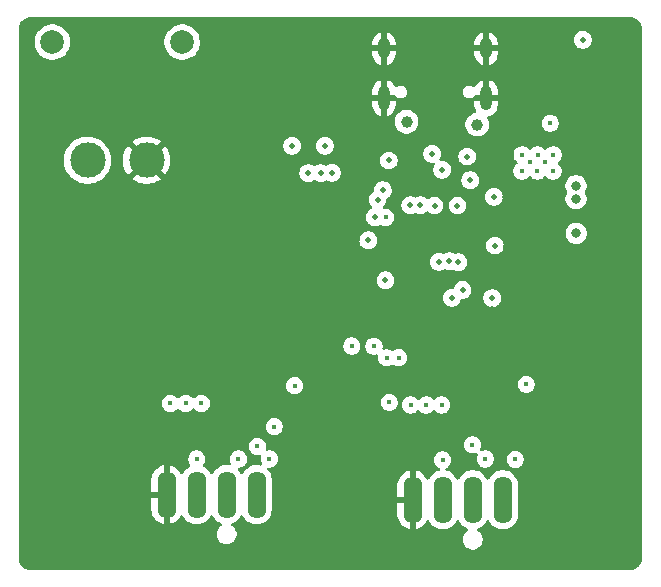
<source format=gbr>
%TF.GenerationSoftware,KiCad,Pcbnew,9.0.4*%
%TF.CreationDate,2025-09-25T10:41:26-04:00*%
%TF.ProjectId,fanboy,66616e62-6f79-42e6-9b69-6361645f7063,rev?*%
%TF.SameCoordinates,Original*%
%TF.FileFunction,Copper,L2,Inr*%
%TF.FilePolarity,Positive*%
%FSLAX46Y46*%
G04 Gerber Fmt 4.6, Leading zero omitted, Abs format (unit mm)*
G04 Created by KiCad (PCBNEW 9.0.4) date 2025-09-25 10:41:26*
%MOMM*%
%LPD*%
G01*
G04 APERTURE LIST*
%TA.AperFunction,ComponentPad*%
%ADD10C,3.000000*%
%TD*%
%TA.AperFunction,ComponentPad*%
%ADD11C,2.000000*%
%TD*%
%TA.AperFunction,ComponentPad*%
%ADD12O,1.574800X4.000000*%
%TD*%
%TA.AperFunction,ComponentPad*%
%ADD13C,1.500000*%
%TD*%
%TA.AperFunction,ComponentPad*%
%ADD14O,1.000000X2.100000*%
%TD*%
%TA.AperFunction,ComponentPad*%
%ADD15O,1.000000X1.800000*%
%TD*%
%TA.AperFunction,ViaPad*%
%ADD16C,0.450000*%
%TD*%
%TA.AperFunction,ViaPad*%
%ADD17C,0.500000*%
%TD*%
%TA.AperFunction,ViaPad*%
%ADD18C,0.800000*%
%TD*%
%TA.AperFunction,ViaPad*%
%ADD19C,1.000000*%
%TD*%
G04 APERTURE END LIST*
D10*
%TO.N,/12V*%
%TO.C,J1*%
X148010000Y-73475000D03*
%TO.N,GND*%
X153010000Y-73475000D03*
D11*
%TO.N,unconnected-(J1-MNT1-Pad3)*%
X145010000Y-63475000D03*
%TO.N,unconnected-(J1-MNT2-Pad4)*%
X156010000Y-63475000D03*
%TD*%
D12*
%TO.N,/FAN2_PWM*%
%TO.C,J4*%
X183150000Y-102230000D03*
%TO.N,/FAN2_TACH*%
X180610000Y-102230000D03*
D13*
X180610000Y-101270000D03*
D12*
%TO.N,/12V*%
X178070000Y-102230000D03*
%TO.N,GND*%
X175530000Y-102230000D03*
%TD*%
%TO.N,/FAN1_PWM*%
%TO.C,J3*%
X162310000Y-101790000D03*
%TO.N,/FAN1_TACH*%
X159770000Y-101790000D03*
D13*
X159770000Y-100830000D03*
D12*
%TO.N,/12V*%
X157230000Y-101790000D03*
%TO.N,GND*%
X154690000Y-101790000D03*
%TD*%
D14*
%TO.N,GND*%
%TO.C,J6*%
X181739417Y-68195036D03*
D15*
X181739417Y-64015036D03*
D14*
X173099417Y-68195036D03*
D15*
X173099417Y-64015036D03*
%TD*%
D16*
%TO.N,/5V*%
X187170000Y-70340000D03*
%TO.N,GND*%
X191675000Y-74570000D03*
X192990000Y-74570000D03*
X192342500Y-73840000D03*
X191685000Y-73200000D03*
X193000000Y-73200000D03*
%TO.N,/3V3*%
X174340000Y-90200000D03*
%TO.N,/FAN_ALERT*%
X173250000Y-78320000D03*
X173330000Y-90210000D03*
%TO.N,/FAN2_TACH*%
X173540000Y-93970000D03*
%TO.N,/12V*%
X175350000Y-94200000D03*
%TO.N,GND*%
X169370000Y-86770000D03*
%TO.N,/5V*%
X163390000Y-98770000D03*
X184210000Y-98800000D03*
X186105000Y-73020000D03*
X187420000Y-73020000D03*
X184790000Y-73020000D03*
X185447500Y-73660000D03*
X186762500Y-73660000D03*
X186095000Y-74390000D03*
X187410000Y-74390000D03*
X184780000Y-74390000D03*
%TO.N,GND*%
X182025000Y-94180000D03*
X183340000Y-94180000D03*
X180710000Y-94180000D03*
X161725000Y-94060000D03*
X163040000Y-94060000D03*
X160410000Y-94060000D03*
%TO.N,/12V*%
X157250000Y-98780000D03*
%TO.N,GND*%
X158210000Y-98770000D03*
X179030000Y-98790000D03*
%TO.N,/12V*%
X178060000Y-98860000D03*
%TO.N,/3V3*%
X185140000Y-92440000D03*
X181670000Y-98770000D03*
X160770000Y-98780000D03*
%TO.N,/12V*%
X156325000Y-94060000D03*
X157640000Y-94060000D03*
X155010000Y-94060000D03*
X177980000Y-94200000D03*
X176665000Y-94200000D03*
%TO.N,/3V3*%
X172250000Y-89220000D03*
X170380000Y-89210000D03*
%TO.N,GND*%
X166297500Y-94130000D03*
%TO.N,/3V3*%
X165540000Y-92570000D03*
%TO.N,/FAN1_PWM*%
X162380000Y-97710000D03*
X163807500Y-96030000D03*
%TO.N,/FAN2_TACH*%
X180590000Y-97580000D03*
D17*
%TO.N,/SWD*%
X180140717Y-73170036D03*
X179401524Y-82115036D03*
%TO.N,/SWCLK*%
X177187037Y-72936510D03*
X178641524Y-82030036D03*
%TO.N,/QSPI_SS*%
X173004552Y-76014341D03*
X166690717Y-74570036D03*
%TO.N,/QSPI_SD1*%
X175321524Y-77290036D03*
X167740413Y-74563680D03*
%TO.N,/QSPI_SD2*%
X176161524Y-77290036D03*
X168691524Y-74545036D03*
%TO.N,GND*%
X172560717Y-72250036D03*
X182794417Y-75100036D03*
X180920717Y-86160036D03*
X167680717Y-66690036D03*
X186320000Y-63280000D03*
X182260717Y-86110036D03*
X178281524Y-80540036D03*
X174490000Y-87380000D03*
X177591524Y-79697536D03*
X171593217Y-76817536D03*
X174791524Y-72470036D03*
X177641524Y-85735036D03*
X178291524Y-78870036D03*
X183450717Y-80700036D03*
X160790717Y-66680036D03*
X183370717Y-76570036D03*
X176871524Y-78870036D03*
X181669417Y-74025036D03*
X175841524Y-88035036D03*
X178950000Y-86420000D03*
X170811524Y-80260036D03*
X180571524Y-88500036D03*
X176386099Y-82200036D03*
X184059283Y-75079964D03*
X170580717Y-76010836D03*
X176861524Y-80540036D03*
%TO.N,/3V3*%
X182260717Y-85150036D03*
X168100717Y-72260036D03*
X182490717Y-80700036D03*
X171771524Y-80260036D03*
X178851121Y-85120036D03*
X172553217Y-76817536D03*
X182410717Y-76570036D03*
X178031524Y-74280036D03*
D18*
X189360717Y-76730036D03*
X189360717Y-75640036D03*
X189369417Y-79680036D03*
D17*
X173501524Y-73495036D03*
X165330717Y-72260036D03*
X180391524Y-75175036D03*
%TO.N,/1V1*%
X177381524Y-77315036D03*
X179321524Y-77315036D03*
X177741524Y-82085036D03*
D19*
%TO.N,/5V*%
X175019417Y-70220036D03*
X181000717Y-70470036D03*
D17*
%TO.N,Net-(U27-RUN)*%
X179751141Y-84461836D03*
X173220000Y-83650000D03*
%TO.N,Net-(U27-GPIO1)*%
X189920000Y-63280000D03*
X172330717Y-78310036D03*
%TD*%
%TA.AperFunction,Conductor*%
%TO.N,GND*%
G36*
X193955394Y-61360972D02*
G01*
X193962947Y-61361632D01*
X194101564Y-61373760D01*
X194114907Y-61375665D01*
X194144247Y-61381501D01*
X194152109Y-61383334D01*
X194276922Y-61416777D01*
X194292275Y-61421989D01*
X194309224Y-61429009D01*
X194314134Y-61431169D01*
X194439918Y-61489823D01*
X194458633Y-61500629D01*
X194583582Y-61588119D01*
X194600140Y-61602013D01*
X194707986Y-61709859D01*
X194721880Y-61726417D01*
X194809370Y-61851366D01*
X194820177Y-61870084D01*
X194878809Y-61995819D01*
X194880989Y-62000774D01*
X194888009Y-62017723D01*
X194893222Y-62033080D01*
X194926659Y-62157869D01*
X194928501Y-62165769D01*
X194934330Y-62195071D01*
X194936241Y-62208456D01*
X194949028Y-62354605D01*
X194949500Y-62365413D01*
X194949500Y-107174586D01*
X194949028Y-107185394D01*
X194936241Y-107331542D01*
X194934330Y-107344927D01*
X194928501Y-107374229D01*
X194926659Y-107382129D01*
X194893222Y-107506918D01*
X194888009Y-107522275D01*
X194880989Y-107539224D01*
X194878809Y-107544179D01*
X194820177Y-107669915D01*
X194809370Y-107688633D01*
X194721880Y-107813582D01*
X194707986Y-107830140D01*
X194600140Y-107937986D01*
X194583582Y-107951880D01*
X194458633Y-108039370D01*
X194439915Y-108050177D01*
X194314179Y-108108809D01*
X194309224Y-108110989D01*
X194292275Y-108118009D01*
X194276918Y-108123222D01*
X194152129Y-108156659D01*
X194144229Y-108158501D01*
X194114927Y-108164330D01*
X194101542Y-108166241D01*
X193955395Y-108179028D01*
X193944587Y-108179500D01*
X143175413Y-108179500D01*
X143164605Y-108179028D01*
X143018456Y-108166241D01*
X143005071Y-108164330D01*
X142975769Y-108158501D01*
X142967869Y-108156659D01*
X142843080Y-108123222D01*
X142827723Y-108118009D01*
X142810774Y-108110989D01*
X142805819Y-108108809D01*
X142680084Y-108050177D01*
X142661366Y-108039370D01*
X142536417Y-107951880D01*
X142519859Y-107937986D01*
X142412013Y-107830140D01*
X142398119Y-107813582D01*
X142310629Y-107688633D01*
X142299822Y-107669916D01*
X142269292Y-107604445D01*
X142241169Y-107544134D01*
X142239009Y-107539224D01*
X142231989Y-107522275D01*
X142226776Y-107506918D01*
X142208829Y-107439938D01*
X142193334Y-107382109D01*
X142191501Y-107374247D01*
X142185665Y-107344907D01*
X142183760Y-107331564D01*
X142170972Y-107185394D01*
X142170500Y-107174588D01*
X142170500Y-102040000D01*
X153402600Y-102040000D01*
X153402600Y-103103920D01*
X153434299Y-103304063D01*
X153496921Y-103496792D01*
X153588919Y-103677348D01*
X153708020Y-103841278D01*
X153708024Y-103841283D01*
X153851316Y-103984575D01*
X153851321Y-103984579D01*
X154015251Y-104103680D01*
X154195805Y-104195678D01*
X154388527Y-104258298D01*
X154440000Y-104266450D01*
X154440000Y-103461579D01*
X154484115Y-103487050D01*
X154619777Y-103523400D01*
X154760223Y-103523400D01*
X154895885Y-103487050D01*
X154940000Y-103461579D01*
X154940000Y-104266449D01*
X154991472Y-104258298D01*
X155184194Y-104195678D01*
X155364748Y-104103680D01*
X155528678Y-103984579D01*
X155528683Y-103984575D01*
X155671975Y-103841283D01*
X155671979Y-103841278D01*
X155791082Y-103677346D01*
X155849234Y-103563216D01*
X155897208Y-103512420D01*
X155965029Y-103495624D01*
X156031164Y-103518161D01*
X156070203Y-103563214D01*
X156128490Y-103677607D01*
X156247639Y-103841604D01*
X156390995Y-103984960D01*
X156544456Y-104096454D01*
X156554994Y-104104110D01*
X156735618Y-104196143D01*
X156928416Y-104258787D01*
X157128640Y-104290500D01*
X157128641Y-104290500D01*
X157331359Y-104290500D01*
X157331360Y-104290500D01*
X157531584Y-104258787D01*
X157724382Y-104196143D01*
X157905006Y-104104110D01*
X157997085Y-104037210D01*
X158069004Y-103984960D01*
X158069006Y-103984957D01*
X158069010Y-103984955D01*
X158212355Y-103841610D01*
X158212357Y-103841606D01*
X158212360Y-103841604D01*
X158273453Y-103757515D01*
X158331510Y-103677606D01*
X158389515Y-103563764D01*
X158437490Y-103512969D01*
X158505311Y-103496174D01*
X158571446Y-103518711D01*
X158610485Y-103563765D01*
X158668492Y-103677609D01*
X158787639Y-103841604D01*
X158930995Y-103984960D01*
X159084456Y-104096454D01*
X159094994Y-104104110D01*
X159275618Y-104196143D01*
X159295599Y-104202635D01*
X159353275Y-104242072D01*
X159380474Y-104306430D01*
X159368560Y-104375277D01*
X159326173Y-104423668D01*
X159227838Y-104489373D01*
X159227834Y-104489376D01*
X159109373Y-104607837D01*
X159016295Y-104747139D01*
X158952184Y-104901917D01*
X158952182Y-104901925D01*
X158919500Y-105066228D01*
X158919500Y-105233771D01*
X158952182Y-105398074D01*
X158952184Y-105398082D01*
X159016295Y-105552860D01*
X159109373Y-105692162D01*
X159227837Y-105810626D01*
X159320494Y-105872537D01*
X159367137Y-105903703D01*
X159521918Y-105967816D01*
X159647824Y-105992860D01*
X159686228Y-106000499D01*
X159686232Y-106000500D01*
X159686233Y-106000500D01*
X159853768Y-106000500D01*
X159853769Y-106000499D01*
X160018082Y-105967816D01*
X160172863Y-105903703D01*
X160312162Y-105810626D01*
X160430626Y-105692162D01*
X160523703Y-105552863D01*
X160587816Y-105398082D01*
X160620500Y-105233767D01*
X160620500Y-105066233D01*
X160587816Y-104901918D01*
X160523703Y-104747137D01*
X160449539Y-104636143D01*
X160430626Y-104607837D01*
X160312165Y-104489376D01*
X160312157Y-104489370D01*
X160213827Y-104423668D01*
X160169021Y-104370056D01*
X160160314Y-104300731D01*
X160190468Y-104237704D01*
X160244397Y-104202636D01*
X160264382Y-104196143D01*
X160445006Y-104104110D01*
X160537085Y-104037210D01*
X160609004Y-103984960D01*
X160609006Y-103984957D01*
X160609010Y-103984955D01*
X160752355Y-103841610D01*
X160752357Y-103841606D01*
X160752360Y-103841604D01*
X160813453Y-103757515D01*
X160871510Y-103677606D01*
X160929515Y-103563764D01*
X160977490Y-103512969D01*
X161045311Y-103496174D01*
X161111446Y-103518711D01*
X161150485Y-103563765D01*
X161208492Y-103677609D01*
X161327639Y-103841604D01*
X161470995Y-103984960D01*
X161624456Y-104096454D01*
X161634994Y-104104110D01*
X161815618Y-104196143D01*
X162008416Y-104258787D01*
X162208640Y-104290500D01*
X162208641Y-104290500D01*
X162411359Y-104290500D01*
X162411360Y-104290500D01*
X162611584Y-104258787D01*
X162804382Y-104196143D01*
X162985006Y-104104110D01*
X163077085Y-104037210D01*
X163149004Y-103984960D01*
X163149006Y-103984957D01*
X163149010Y-103984955D01*
X163292355Y-103841610D01*
X163292357Y-103841606D01*
X163292360Y-103841604D01*
X163353453Y-103757515D01*
X163411510Y-103677606D01*
X163503543Y-103496982D01*
X163566187Y-103304184D01*
X163597900Y-103103960D01*
X163597900Y-102480000D01*
X174242600Y-102480000D01*
X174242600Y-103543920D01*
X174274299Y-103744063D01*
X174336921Y-103936792D01*
X174428919Y-104117348D01*
X174548020Y-104281278D01*
X174548024Y-104281283D01*
X174691316Y-104424575D01*
X174691321Y-104424579D01*
X174855251Y-104543680D01*
X175035805Y-104635678D01*
X175228527Y-104698298D01*
X175280000Y-104706450D01*
X175280000Y-103901579D01*
X175324115Y-103927050D01*
X175459777Y-103963400D01*
X175600223Y-103963400D01*
X175735885Y-103927050D01*
X175780000Y-103901579D01*
X175780000Y-104706449D01*
X175831472Y-104698298D01*
X176024194Y-104635678D01*
X176204748Y-104543680D01*
X176368678Y-104424579D01*
X176368683Y-104424575D01*
X176511975Y-104281283D01*
X176511979Y-104281278D01*
X176631082Y-104117346D01*
X176689234Y-104003216D01*
X176737208Y-103952420D01*
X176805029Y-103935624D01*
X176871164Y-103958161D01*
X176910203Y-104003214D01*
X176968490Y-104117607D01*
X177087639Y-104281604D01*
X177230995Y-104424960D01*
X177384456Y-104536454D01*
X177394994Y-104544110D01*
X177575618Y-104636143D01*
X177768416Y-104698787D01*
X177968640Y-104730500D01*
X177968641Y-104730500D01*
X178171359Y-104730500D01*
X178171360Y-104730500D01*
X178371584Y-104698787D01*
X178564382Y-104636143D01*
X178745006Y-104544110D01*
X178837085Y-104477210D01*
X178909004Y-104424960D01*
X178909006Y-104424957D01*
X178909010Y-104424955D01*
X179052355Y-104281610D01*
X179052357Y-104281606D01*
X179052360Y-104281604D01*
X179114788Y-104195678D01*
X179171510Y-104117606D01*
X179229515Y-104003764D01*
X179277490Y-103952969D01*
X179345311Y-103936174D01*
X179411446Y-103958711D01*
X179450484Y-104003764D01*
X179501613Y-104104110D01*
X179508492Y-104117609D01*
X179627639Y-104281604D01*
X179770995Y-104424960D01*
X179924456Y-104536454D01*
X179934994Y-104544110D01*
X180115618Y-104636143D01*
X180135599Y-104642635D01*
X180193275Y-104682072D01*
X180220474Y-104746430D01*
X180208560Y-104815277D01*
X180166173Y-104863668D01*
X180067838Y-104929373D01*
X180067834Y-104929376D01*
X179949373Y-105047837D01*
X179856295Y-105187139D01*
X179792184Y-105341917D01*
X179792182Y-105341925D01*
X179759500Y-105506228D01*
X179759500Y-105673771D01*
X179792182Y-105838074D01*
X179792184Y-105838082D01*
X179856295Y-105992860D01*
X179949373Y-106132162D01*
X180067837Y-106250626D01*
X180160494Y-106312537D01*
X180207137Y-106343703D01*
X180361918Y-106407816D01*
X180526228Y-106440499D01*
X180526232Y-106440500D01*
X180526233Y-106440500D01*
X180693768Y-106440500D01*
X180693769Y-106440499D01*
X180858082Y-106407816D01*
X181012863Y-106343703D01*
X181152162Y-106250626D01*
X181270626Y-106132162D01*
X181363703Y-105992863D01*
X181427816Y-105838082D01*
X181460500Y-105673767D01*
X181460500Y-105506233D01*
X181427816Y-105341918D01*
X181363703Y-105187137D01*
X181332537Y-105140494D01*
X181270626Y-105047837D01*
X181152165Y-104929376D01*
X181152157Y-104929370D01*
X181053827Y-104863668D01*
X181009021Y-104810056D01*
X181000314Y-104740731D01*
X181030468Y-104677704D01*
X181084397Y-104642636D01*
X181104382Y-104636143D01*
X181285006Y-104544110D01*
X181377085Y-104477210D01*
X181449004Y-104424960D01*
X181449006Y-104424957D01*
X181449010Y-104424955D01*
X181592355Y-104281610D01*
X181592357Y-104281606D01*
X181592360Y-104281604D01*
X181654788Y-104195678D01*
X181711510Y-104117606D01*
X181769515Y-104003764D01*
X181817490Y-103952969D01*
X181885311Y-103936174D01*
X181951446Y-103958711D01*
X181990484Y-104003764D01*
X182041613Y-104104110D01*
X182048492Y-104117609D01*
X182167639Y-104281604D01*
X182310995Y-104424960D01*
X182464456Y-104536454D01*
X182474994Y-104544110D01*
X182655618Y-104636143D01*
X182848416Y-104698787D01*
X183048640Y-104730500D01*
X183048641Y-104730500D01*
X183251359Y-104730500D01*
X183251360Y-104730500D01*
X183451584Y-104698787D01*
X183644382Y-104636143D01*
X183825006Y-104544110D01*
X183917085Y-104477210D01*
X183989004Y-104424960D01*
X183989006Y-104424957D01*
X183989010Y-104424955D01*
X184132355Y-104281610D01*
X184132357Y-104281606D01*
X184132360Y-104281604D01*
X184194788Y-104195678D01*
X184251510Y-104117606D01*
X184343543Y-103936982D01*
X184406187Y-103744184D01*
X184437900Y-103543960D01*
X184437900Y-100916040D01*
X184406187Y-100715816D01*
X184343543Y-100523018D01*
X184251510Y-100342394D01*
X184203139Y-100275816D01*
X184132360Y-100178395D01*
X183989004Y-100035039D01*
X183825009Y-99915892D01*
X183825008Y-99915891D01*
X183825006Y-99915890D01*
X183644382Y-99823857D01*
X183451584Y-99761213D01*
X183451582Y-99761212D01*
X183451580Y-99761212D01*
X183307488Y-99738390D01*
X183251360Y-99729500D01*
X183048640Y-99729500D01*
X183002224Y-99736851D01*
X182848419Y-99761212D01*
X182655615Y-99823858D01*
X182474990Y-99915892D01*
X182310995Y-100035039D01*
X182167639Y-100178395D01*
X182048492Y-100342390D01*
X181990485Y-100456234D01*
X181942510Y-100507030D01*
X181874689Y-100523825D01*
X181808554Y-100501287D01*
X181769515Y-100456234D01*
X181754921Y-100427594D01*
X181711510Y-100342394D01*
X181663139Y-100275816D01*
X181592360Y-100178395D01*
X181449004Y-100035039D01*
X181285009Y-99915892D01*
X181285008Y-99915891D01*
X181285006Y-99915890D01*
X181104382Y-99823857D01*
X180911584Y-99761213D01*
X180911582Y-99761212D01*
X180911580Y-99761212D01*
X180767488Y-99738390D01*
X180711360Y-99729500D01*
X180508640Y-99729500D01*
X180462224Y-99736851D01*
X180308419Y-99761212D01*
X180115615Y-99823858D01*
X179934990Y-99915892D01*
X179770995Y-100035039D01*
X179627639Y-100178395D01*
X179508492Y-100342390D01*
X179450485Y-100456234D01*
X179402510Y-100507030D01*
X179334689Y-100523825D01*
X179268554Y-100501287D01*
X179229515Y-100456234D01*
X179214921Y-100427594D01*
X179171510Y-100342394D01*
X179123139Y-100275816D01*
X179052360Y-100178395D01*
X178909004Y-100035039D01*
X178745009Y-99915892D01*
X178745008Y-99915891D01*
X178745006Y-99915890D01*
X178564382Y-99823857D01*
X178474461Y-99794639D01*
X178371576Y-99761210D01*
X178368205Y-99760401D01*
X178367060Y-99759743D01*
X178366951Y-99759708D01*
X178366958Y-99759685D01*
X178307618Y-99725602D01*
X178275462Y-99663572D01*
X178281947Y-99594004D01*
X178325014Y-99538986D01*
X178349709Y-99525273D01*
X178403653Y-99502929D01*
X178522479Y-99423532D01*
X178623532Y-99322479D01*
X178702929Y-99203653D01*
X178757619Y-99071620D01*
X178773532Y-98991620D01*
X178785500Y-98931457D01*
X178785500Y-98788542D01*
X178757620Y-98648385D01*
X178757619Y-98648384D01*
X178757619Y-98648380D01*
X178702929Y-98516347D01*
X178702928Y-98516346D01*
X178702925Y-98516340D01*
X178623532Y-98397521D01*
X178623529Y-98397517D01*
X178522482Y-98296470D01*
X178522478Y-98296467D01*
X178403659Y-98217074D01*
X178403650Y-98217069D01*
X178271620Y-98162381D01*
X178271614Y-98162379D01*
X178131457Y-98134500D01*
X178131455Y-98134500D01*
X177988545Y-98134500D01*
X177988543Y-98134500D01*
X177848385Y-98162379D01*
X177848379Y-98162381D01*
X177716349Y-98217069D01*
X177716340Y-98217074D01*
X177597521Y-98296467D01*
X177597517Y-98296470D01*
X177496470Y-98397517D01*
X177496467Y-98397521D01*
X177417074Y-98516340D01*
X177417069Y-98516349D01*
X177362381Y-98648379D01*
X177362379Y-98648385D01*
X177334500Y-98788542D01*
X177334500Y-98788545D01*
X177334500Y-98931455D01*
X177334500Y-98931457D01*
X177334499Y-98931457D01*
X177362379Y-99071614D01*
X177362381Y-99071620D01*
X177417069Y-99203650D01*
X177417074Y-99203659D01*
X177496467Y-99322478D01*
X177496470Y-99322482D01*
X177597517Y-99423529D01*
X177597521Y-99423532D01*
X177716340Y-99502925D01*
X177716353Y-99502932D01*
X177778146Y-99528527D01*
X177832550Y-99572367D01*
X177854615Y-99638661D01*
X177837336Y-99706361D01*
X177786199Y-99753972D01*
X177769013Y-99761019D01*
X177575613Y-99823858D01*
X177394990Y-99915892D01*
X177230995Y-100035039D01*
X177087639Y-100178395D01*
X176968490Y-100342392D01*
X176910203Y-100456785D01*
X176862228Y-100507580D01*
X176794407Y-100524375D01*
X176728273Y-100501837D01*
X176689234Y-100456783D01*
X176631082Y-100342653D01*
X176511979Y-100178721D01*
X176511975Y-100178716D01*
X176368683Y-100035424D01*
X176368678Y-100035420D01*
X176204748Y-99916319D01*
X176024192Y-99824321D01*
X175831463Y-99761699D01*
X175780000Y-99753548D01*
X175780000Y-102958420D01*
X175735885Y-102932950D01*
X175600223Y-102896600D01*
X175459777Y-102896600D01*
X175324115Y-102932950D01*
X175280000Y-102958420D01*
X175280000Y-102480000D01*
X174242600Y-102480000D01*
X163597900Y-102480000D01*
X163597900Y-100916079D01*
X174242600Y-100916079D01*
X174242600Y-101980000D01*
X175280000Y-101980000D01*
X175280000Y-99753548D01*
X175279999Y-99753548D01*
X175228536Y-99761699D01*
X175035807Y-99824321D01*
X174855251Y-99916319D01*
X174691321Y-100035420D01*
X174691316Y-100035424D01*
X174548024Y-100178716D01*
X174548020Y-100178721D01*
X174428919Y-100342651D01*
X174336921Y-100523207D01*
X174274299Y-100715936D01*
X174242600Y-100916079D01*
X163597900Y-100916079D01*
X163597900Y-100476040D01*
X163566187Y-100275816D01*
X163503543Y-100083018D01*
X163411510Y-99902394D01*
X163403854Y-99891856D01*
X163292360Y-99738395D01*
X163261146Y-99707181D01*
X163227661Y-99645858D01*
X163232645Y-99576166D01*
X163274517Y-99520233D01*
X163339981Y-99495816D01*
X163348827Y-99495500D01*
X163461457Y-99495500D01*
X163560029Y-99475892D01*
X163601620Y-99467619D01*
X163733653Y-99412929D01*
X163852479Y-99333532D01*
X163953532Y-99232479D01*
X164032929Y-99113653D01*
X164087619Y-98981620D01*
X164109533Y-98871455D01*
X164115500Y-98841457D01*
X164115500Y-98698542D01*
X164087620Y-98558385D01*
X164087619Y-98558384D01*
X164087619Y-98558380D01*
X164032929Y-98426347D01*
X164032928Y-98426346D01*
X164032925Y-98426340D01*
X163953532Y-98307521D01*
X163953529Y-98307517D01*
X163852482Y-98206470D01*
X163852478Y-98206467D01*
X163733659Y-98127074D01*
X163733650Y-98127069D01*
X163601620Y-98072381D01*
X163601614Y-98072379D01*
X163461457Y-98044500D01*
X163461455Y-98044500D01*
X163318545Y-98044500D01*
X163318540Y-98044500D01*
X163224257Y-98063254D01*
X163154665Y-98057027D01*
X163099488Y-98014163D01*
X163076244Y-97948274D01*
X163078449Y-97917445D01*
X163105500Y-97781457D01*
X163105500Y-97651457D01*
X179864499Y-97651457D01*
X179892379Y-97791614D01*
X179892381Y-97791620D01*
X179947069Y-97923650D01*
X179947074Y-97923659D01*
X180026467Y-98042478D01*
X180026470Y-98042482D01*
X180127517Y-98143529D01*
X180127521Y-98143532D01*
X180246340Y-98222925D01*
X180246346Y-98222928D01*
X180246347Y-98222929D01*
X180378380Y-98277619D01*
X180378384Y-98277619D01*
X180378385Y-98277620D01*
X180518542Y-98305500D01*
X180518545Y-98305500D01*
X180661457Y-98305500D01*
X180755751Y-98286742D01*
X180801620Y-98277619D01*
X180873105Y-98248008D01*
X180942572Y-98240539D01*
X181005052Y-98271813D01*
X181040705Y-98331901D01*
X181038212Y-98401727D01*
X181029922Y-98421009D01*
X181027074Y-98426336D01*
X180972381Y-98558379D01*
X180972379Y-98558385D01*
X180944500Y-98698542D01*
X180944500Y-98698545D01*
X180944500Y-98841455D01*
X180944500Y-98841457D01*
X180944499Y-98841457D01*
X180972379Y-98981614D01*
X180972381Y-98981620D01*
X181027069Y-99113650D01*
X181027074Y-99113659D01*
X181106467Y-99232478D01*
X181106470Y-99232482D01*
X181207517Y-99333529D01*
X181207521Y-99333532D01*
X181326340Y-99412925D01*
X181326346Y-99412928D01*
X181326347Y-99412929D01*
X181458380Y-99467619D01*
X181458384Y-99467619D01*
X181458385Y-99467620D01*
X181598542Y-99495500D01*
X181598545Y-99495500D01*
X181741457Y-99495500D01*
X181840029Y-99475892D01*
X181881620Y-99467619D01*
X182013653Y-99412929D01*
X182132479Y-99333532D01*
X182233532Y-99232479D01*
X182312929Y-99113653D01*
X182367619Y-98981620D01*
X182389533Y-98871457D01*
X183484499Y-98871457D01*
X183512379Y-99011614D01*
X183512381Y-99011620D01*
X183567069Y-99143650D01*
X183567074Y-99143659D01*
X183646467Y-99262478D01*
X183646470Y-99262482D01*
X183747517Y-99363529D01*
X183747521Y-99363532D01*
X183866340Y-99442925D01*
X183866346Y-99442928D01*
X183866347Y-99442929D01*
X183998380Y-99497619D01*
X183998384Y-99497619D01*
X183998385Y-99497620D01*
X184138542Y-99525500D01*
X184138545Y-99525500D01*
X184281457Y-99525500D01*
X184375751Y-99506742D01*
X184421620Y-99497619D01*
X184553653Y-99442929D01*
X184672479Y-99363532D01*
X184773532Y-99262479D01*
X184852929Y-99143653D01*
X184907619Y-99011620D01*
X184935500Y-98871455D01*
X184935500Y-98728545D01*
X184935500Y-98728542D01*
X184907620Y-98588385D01*
X184907619Y-98588384D01*
X184907619Y-98588380D01*
X184852929Y-98456347D01*
X184852928Y-98456346D01*
X184852925Y-98456340D01*
X184773532Y-98337521D01*
X184773529Y-98337517D01*
X184672482Y-98236470D01*
X184672478Y-98236467D01*
X184553659Y-98157074D01*
X184553650Y-98157069D01*
X184421620Y-98102381D01*
X184421614Y-98102379D01*
X184281457Y-98074500D01*
X184281455Y-98074500D01*
X184138545Y-98074500D01*
X184138543Y-98074500D01*
X183998385Y-98102379D01*
X183998379Y-98102381D01*
X183866349Y-98157069D01*
X183866340Y-98157074D01*
X183747521Y-98236467D01*
X183747517Y-98236470D01*
X183646470Y-98337517D01*
X183646467Y-98337521D01*
X183567074Y-98456340D01*
X183567069Y-98456349D01*
X183512381Y-98588379D01*
X183512379Y-98588385D01*
X183484500Y-98728542D01*
X183484500Y-98728545D01*
X183484500Y-98871455D01*
X183484500Y-98871457D01*
X183484499Y-98871457D01*
X182389533Y-98871457D01*
X182389533Y-98871455D01*
X182395500Y-98841457D01*
X182395500Y-98698542D01*
X182367620Y-98558385D01*
X182367619Y-98558384D01*
X182367619Y-98558380D01*
X182312929Y-98426347D01*
X182312928Y-98426346D01*
X182312925Y-98426340D01*
X182233532Y-98307521D01*
X182233529Y-98307517D01*
X182132482Y-98206470D01*
X182132478Y-98206467D01*
X182013659Y-98127074D01*
X182013650Y-98127069D01*
X181881620Y-98072381D01*
X181881614Y-98072379D01*
X181741457Y-98044500D01*
X181741455Y-98044500D01*
X181598545Y-98044500D01*
X181598543Y-98044500D01*
X181458385Y-98072379D01*
X181458375Y-98072382D01*
X181386894Y-98101991D01*
X181317425Y-98109460D01*
X181254946Y-98078185D01*
X181219294Y-98018096D01*
X181221788Y-97948271D01*
X181230083Y-97928978D01*
X181232929Y-97923653D01*
X181235500Y-97917445D01*
X181287619Y-97791620D01*
X181315500Y-97651455D01*
X181315500Y-97508545D01*
X181315500Y-97508542D01*
X181287620Y-97368385D01*
X181287619Y-97368384D01*
X181287619Y-97368380D01*
X181245318Y-97266258D01*
X181232930Y-97236349D01*
X181232925Y-97236340D01*
X181153532Y-97117521D01*
X181153529Y-97117517D01*
X181052482Y-97016470D01*
X181052478Y-97016467D01*
X180933659Y-96937074D01*
X180933650Y-96937069D01*
X180801620Y-96882381D01*
X180801614Y-96882379D01*
X180661457Y-96854500D01*
X180661455Y-96854500D01*
X180518545Y-96854500D01*
X180518543Y-96854500D01*
X180378385Y-96882379D01*
X180378379Y-96882381D01*
X180246349Y-96937069D01*
X180246340Y-96937074D01*
X180127521Y-97016467D01*
X180127517Y-97016470D01*
X180026470Y-97117517D01*
X180026467Y-97117521D01*
X179947074Y-97236340D01*
X179947069Y-97236349D01*
X179892381Y-97368379D01*
X179892379Y-97368385D01*
X179864500Y-97508542D01*
X179864500Y-97508545D01*
X179864500Y-97651455D01*
X179864500Y-97651457D01*
X179864499Y-97651457D01*
X163105500Y-97651457D01*
X163105500Y-97638542D01*
X163105499Y-97638540D01*
X163083242Y-97526644D01*
X163077620Y-97498384D01*
X163077619Y-97498382D01*
X163077619Y-97498380D01*
X163022929Y-97366347D01*
X163022928Y-97366346D01*
X163022925Y-97366340D01*
X162943532Y-97247521D01*
X162943529Y-97247517D01*
X162842482Y-97146470D01*
X162842478Y-97146467D01*
X162723659Y-97067074D01*
X162723650Y-97067069D01*
X162591620Y-97012381D01*
X162591614Y-97012379D01*
X162451457Y-96984500D01*
X162451455Y-96984500D01*
X162308545Y-96984500D01*
X162308543Y-96984500D01*
X162168385Y-97012379D01*
X162168379Y-97012381D01*
X162036349Y-97067069D01*
X162036340Y-97067074D01*
X161917521Y-97146467D01*
X161917517Y-97146470D01*
X161816470Y-97247517D01*
X161816467Y-97247521D01*
X161737074Y-97366340D01*
X161737069Y-97366349D01*
X161682381Y-97498379D01*
X161682379Y-97498385D01*
X161654500Y-97638542D01*
X161654500Y-97638545D01*
X161654500Y-97781455D01*
X161654500Y-97781457D01*
X161654499Y-97781457D01*
X161682379Y-97921614D01*
X161682381Y-97921620D01*
X161737069Y-98053650D01*
X161737074Y-98053659D01*
X161816467Y-98172478D01*
X161816470Y-98172482D01*
X161917517Y-98273529D01*
X161917521Y-98273532D01*
X162036340Y-98352925D01*
X162036346Y-98352928D01*
X162036347Y-98352929D01*
X162168380Y-98407619D01*
X162168384Y-98407619D01*
X162168385Y-98407620D01*
X162308542Y-98435500D01*
X162308545Y-98435500D01*
X162451457Y-98435500D01*
X162545741Y-98416745D01*
X162615332Y-98422972D01*
X162670510Y-98465834D01*
X162693755Y-98531724D01*
X162691550Y-98562553D01*
X162664500Y-98698540D01*
X162664500Y-98698545D01*
X162664500Y-98841455D01*
X162664500Y-98841457D01*
X162664499Y-98841457D01*
X162692379Y-98981614D01*
X162692381Y-98981620D01*
X162747069Y-99113650D01*
X162747074Y-99113659D01*
X162763124Y-99137679D01*
X162784002Y-99204357D01*
X162765517Y-99271737D01*
X162713539Y-99318427D01*
X162644569Y-99329603D01*
X162621708Y-99324502D01*
X162611586Y-99321213D01*
X162611580Y-99321212D01*
X162471782Y-99299070D01*
X162411360Y-99289500D01*
X162208640Y-99289500D01*
X162162224Y-99296851D01*
X162008419Y-99321212D01*
X161815615Y-99383858D01*
X161634990Y-99475892D01*
X161470995Y-99595039D01*
X161327639Y-99738395D01*
X161208492Y-99902390D01*
X161150485Y-100016234D01*
X161102510Y-100067030D01*
X161034689Y-100083825D01*
X160968554Y-100061287D01*
X160929515Y-100016234D01*
X160914921Y-99987594D01*
X160871510Y-99902394D01*
X160863854Y-99891856D01*
X160752360Y-99738395D01*
X160731146Y-99717181D01*
X160697661Y-99655858D01*
X160702645Y-99586166D01*
X160744517Y-99530233D01*
X160809981Y-99505816D01*
X160818827Y-99505500D01*
X160841457Y-99505500D01*
X160935751Y-99486742D01*
X160981620Y-99477619D01*
X161113653Y-99422929D01*
X161232479Y-99343532D01*
X161333532Y-99242479D01*
X161412929Y-99123653D01*
X161467619Y-98991620D01*
X161479587Y-98931455D01*
X161495500Y-98851457D01*
X161495500Y-98708542D01*
X161467620Y-98568385D01*
X161467619Y-98568384D01*
X161467619Y-98568380D01*
X161412929Y-98436347D01*
X161412928Y-98436346D01*
X161412925Y-98436340D01*
X161333532Y-98317521D01*
X161333529Y-98317517D01*
X161232482Y-98216470D01*
X161232478Y-98216467D01*
X161113659Y-98137074D01*
X161113650Y-98137069D01*
X160981620Y-98082381D01*
X160981614Y-98082379D01*
X160841457Y-98054500D01*
X160841455Y-98054500D01*
X160698545Y-98054500D01*
X160698543Y-98054500D01*
X160558385Y-98082379D01*
X160558379Y-98082381D01*
X160426349Y-98137069D01*
X160426340Y-98137074D01*
X160307521Y-98216467D01*
X160307517Y-98216470D01*
X160206470Y-98317517D01*
X160206467Y-98317521D01*
X160127074Y-98436340D01*
X160127069Y-98436349D01*
X160072381Y-98568379D01*
X160072379Y-98568385D01*
X160044500Y-98708542D01*
X160044500Y-98708545D01*
X160044500Y-98851455D01*
X160044500Y-98851457D01*
X160044499Y-98851457D01*
X160072379Y-98991614D01*
X160072381Y-98991620D01*
X160127069Y-99123650D01*
X160129944Y-99129028D01*
X160127442Y-99130365D01*
X160144648Y-99185518D01*
X160126093Y-99252879D01*
X160074065Y-99299515D01*
X160005084Y-99310619D01*
X160001269Y-99310075D01*
X159871360Y-99289500D01*
X159668640Y-99289500D01*
X159622224Y-99296851D01*
X159468419Y-99321212D01*
X159275615Y-99383858D01*
X159094990Y-99475892D01*
X158930995Y-99595039D01*
X158787639Y-99738395D01*
X158668492Y-99902390D01*
X158610485Y-100016234D01*
X158562510Y-100067030D01*
X158494689Y-100083825D01*
X158428554Y-100061287D01*
X158389515Y-100016234D01*
X158374921Y-99987594D01*
X158331510Y-99902394D01*
X158323854Y-99891856D01*
X158212360Y-99738395D01*
X158069004Y-99595039D01*
X157905007Y-99475890D01*
X157841851Y-99443710D01*
X157791056Y-99395736D01*
X157774261Y-99327915D01*
X157796799Y-99261780D01*
X157810472Y-99245539D01*
X157813532Y-99242479D01*
X157892929Y-99123653D01*
X157947619Y-98991620D01*
X157959587Y-98931455D01*
X157975500Y-98851457D01*
X157975500Y-98708542D01*
X157947620Y-98568385D01*
X157947619Y-98568384D01*
X157947619Y-98568380D01*
X157892929Y-98436347D01*
X157892928Y-98436346D01*
X157892925Y-98436340D01*
X157813532Y-98317521D01*
X157813529Y-98317517D01*
X157712482Y-98216470D01*
X157712478Y-98216467D01*
X157593659Y-98137074D01*
X157593650Y-98137069D01*
X157461620Y-98082381D01*
X157461614Y-98082379D01*
X157321457Y-98054500D01*
X157321455Y-98054500D01*
X157178545Y-98054500D01*
X157178543Y-98054500D01*
X157038385Y-98082379D01*
X157038379Y-98082381D01*
X156906349Y-98137069D01*
X156906340Y-98137074D01*
X156787521Y-98216467D01*
X156787517Y-98216470D01*
X156686470Y-98317517D01*
X156686467Y-98317521D01*
X156607074Y-98436340D01*
X156607069Y-98436349D01*
X156552381Y-98568379D01*
X156552379Y-98568385D01*
X156524500Y-98708542D01*
X156524500Y-98708545D01*
X156524500Y-98851455D01*
X156524500Y-98851457D01*
X156524499Y-98851457D01*
X156552379Y-98991614D01*
X156552381Y-98991620D01*
X156607069Y-99123650D01*
X156607074Y-99123659D01*
X156689852Y-99247544D01*
X156688331Y-99248560D01*
X156712292Y-99304972D01*
X156700502Y-99373840D01*
X156653352Y-99425401D01*
X156645423Y-99429813D01*
X156580740Y-99462771D01*
X156554990Y-99475892D01*
X156390995Y-99595039D01*
X156247639Y-99738395D01*
X156128490Y-99902392D01*
X156070203Y-100016785D01*
X156022228Y-100067580D01*
X155954407Y-100084375D01*
X155888273Y-100061837D01*
X155849234Y-100016783D01*
X155791082Y-99902653D01*
X155671979Y-99738721D01*
X155671975Y-99738716D01*
X155528683Y-99595424D01*
X155528678Y-99595420D01*
X155364748Y-99476319D01*
X155184192Y-99384321D01*
X154991463Y-99321699D01*
X154940000Y-99313548D01*
X154940000Y-102518420D01*
X154895885Y-102492950D01*
X154760223Y-102456600D01*
X154619777Y-102456600D01*
X154484115Y-102492950D01*
X154440000Y-102518420D01*
X154440000Y-102040000D01*
X153402600Y-102040000D01*
X142170500Y-102040000D01*
X142170500Y-100476079D01*
X153402600Y-100476079D01*
X153402600Y-101540000D01*
X154440000Y-101540000D01*
X154440000Y-99313548D01*
X154439999Y-99313548D01*
X154388536Y-99321699D01*
X154195807Y-99384321D01*
X154015251Y-99476319D01*
X153851321Y-99595420D01*
X153851316Y-99595424D01*
X153708024Y-99738716D01*
X153708020Y-99738721D01*
X153588919Y-99902651D01*
X153496921Y-100083207D01*
X153434299Y-100275936D01*
X153402600Y-100476079D01*
X142170500Y-100476079D01*
X142170500Y-96101457D01*
X163081999Y-96101457D01*
X163109879Y-96241614D01*
X163109881Y-96241620D01*
X163164569Y-96373650D01*
X163164574Y-96373659D01*
X163243967Y-96492478D01*
X163243970Y-96492482D01*
X163345017Y-96593529D01*
X163345021Y-96593532D01*
X163463840Y-96672925D01*
X163463846Y-96672928D01*
X163463847Y-96672929D01*
X163595880Y-96727619D01*
X163595884Y-96727619D01*
X163595885Y-96727620D01*
X163736042Y-96755500D01*
X163736045Y-96755500D01*
X163878957Y-96755500D01*
X163973251Y-96736742D01*
X164019120Y-96727619D01*
X164151153Y-96672929D01*
X164269979Y-96593532D01*
X164371032Y-96492479D01*
X164450429Y-96373653D01*
X164505119Y-96241620D01*
X164533000Y-96101455D01*
X164533000Y-95958545D01*
X164533000Y-95958542D01*
X164505120Y-95818385D01*
X164505119Y-95818384D01*
X164505119Y-95818380D01*
X164450429Y-95686347D01*
X164450428Y-95686346D01*
X164450425Y-95686340D01*
X164371032Y-95567521D01*
X164371029Y-95567517D01*
X164269982Y-95466470D01*
X164269978Y-95466467D01*
X164151159Y-95387074D01*
X164151150Y-95387069D01*
X164019120Y-95332381D01*
X164019114Y-95332379D01*
X163878957Y-95304500D01*
X163878955Y-95304500D01*
X163736045Y-95304500D01*
X163736043Y-95304500D01*
X163595885Y-95332379D01*
X163595879Y-95332381D01*
X163463849Y-95387069D01*
X163463840Y-95387074D01*
X163345021Y-95466467D01*
X163345017Y-95466470D01*
X163243970Y-95567517D01*
X163243967Y-95567521D01*
X163164574Y-95686340D01*
X163164569Y-95686349D01*
X163109881Y-95818379D01*
X163109879Y-95818385D01*
X163082000Y-95958542D01*
X163082000Y-95958545D01*
X163082000Y-96101455D01*
X163082000Y-96101457D01*
X163081999Y-96101457D01*
X142170500Y-96101457D01*
X142170500Y-94131457D01*
X154284499Y-94131457D01*
X154312379Y-94271614D01*
X154312381Y-94271620D01*
X154367069Y-94403650D01*
X154367074Y-94403659D01*
X154446467Y-94522478D01*
X154446470Y-94522482D01*
X154547517Y-94623529D01*
X154547521Y-94623532D01*
X154666340Y-94702925D01*
X154666346Y-94702928D01*
X154666347Y-94702929D01*
X154798380Y-94757619D01*
X154798384Y-94757619D01*
X154798385Y-94757620D01*
X154938542Y-94785500D01*
X154938545Y-94785500D01*
X155081457Y-94785500D01*
X155175751Y-94766742D01*
X155221620Y-94757619D01*
X155353653Y-94702929D01*
X155472479Y-94623532D01*
X155483086Y-94612925D01*
X155577840Y-94518172D01*
X155579261Y-94519593D01*
X155629379Y-94485446D01*
X155699223Y-94483567D01*
X155756870Y-94518461D01*
X155757160Y-94518172D01*
X155758337Y-94519349D01*
X155758996Y-94519748D01*
X155760683Y-94521695D01*
X155862517Y-94623529D01*
X155862521Y-94623532D01*
X155981340Y-94702925D01*
X155981346Y-94702928D01*
X155981347Y-94702929D01*
X156113380Y-94757619D01*
X156113384Y-94757619D01*
X156113385Y-94757620D01*
X156253542Y-94785500D01*
X156253545Y-94785500D01*
X156396457Y-94785500D01*
X156490751Y-94766742D01*
X156536620Y-94757619D01*
X156668653Y-94702929D01*
X156787479Y-94623532D01*
X156798086Y-94612925D01*
X156892840Y-94518172D01*
X156894261Y-94519593D01*
X156944379Y-94485446D01*
X157014223Y-94483567D01*
X157071870Y-94518461D01*
X157072160Y-94518172D01*
X157073337Y-94519349D01*
X157073996Y-94519748D01*
X157075683Y-94521695D01*
X157177517Y-94623529D01*
X157177521Y-94623532D01*
X157296340Y-94702925D01*
X157296346Y-94702928D01*
X157296347Y-94702929D01*
X157428380Y-94757619D01*
X157428384Y-94757619D01*
X157428385Y-94757620D01*
X157568542Y-94785500D01*
X157568545Y-94785500D01*
X157711457Y-94785500D01*
X157805751Y-94766742D01*
X157851620Y-94757619D01*
X157983653Y-94702929D01*
X158102479Y-94623532D01*
X158203532Y-94522479D01*
X158282929Y-94403653D01*
X158337619Y-94271620D01*
X158346742Y-94225751D01*
X158365500Y-94131457D01*
X158365500Y-94041457D01*
X172814499Y-94041457D01*
X172842379Y-94181614D01*
X172842381Y-94181620D01*
X172897069Y-94313650D01*
X172897074Y-94313659D01*
X172976467Y-94432478D01*
X172976470Y-94432482D01*
X173077517Y-94533529D01*
X173077521Y-94533532D01*
X173196340Y-94612925D01*
X173196346Y-94612928D01*
X173196347Y-94612929D01*
X173328380Y-94667619D01*
X173328384Y-94667619D01*
X173328385Y-94667620D01*
X173468542Y-94695500D01*
X173468545Y-94695500D01*
X173611457Y-94695500D01*
X173705751Y-94676742D01*
X173751620Y-94667619D01*
X173883653Y-94612929D01*
X174002479Y-94533532D01*
X174103532Y-94432479D01*
X174182929Y-94313653D01*
X174200407Y-94271457D01*
X174624499Y-94271457D01*
X174652379Y-94411614D01*
X174652381Y-94411620D01*
X174707069Y-94543650D01*
X174707074Y-94543659D01*
X174786467Y-94662478D01*
X174786470Y-94662482D01*
X174887517Y-94763529D01*
X174887521Y-94763532D01*
X175006340Y-94842925D01*
X175006346Y-94842928D01*
X175006347Y-94842929D01*
X175138380Y-94897619D01*
X175138384Y-94897619D01*
X175138385Y-94897620D01*
X175278542Y-94925500D01*
X175278545Y-94925500D01*
X175421457Y-94925500D01*
X175515751Y-94906742D01*
X175561620Y-94897619D01*
X175693653Y-94842929D01*
X175812479Y-94763532D01*
X175818393Y-94757618D01*
X175917840Y-94658172D01*
X175919261Y-94659593D01*
X175969379Y-94625446D01*
X176039223Y-94623567D01*
X176096870Y-94658461D01*
X176097160Y-94658172D01*
X176098337Y-94659349D01*
X176098996Y-94659748D01*
X176100683Y-94661695D01*
X176202517Y-94763529D01*
X176202521Y-94763532D01*
X176321340Y-94842925D01*
X176321346Y-94842928D01*
X176321347Y-94842929D01*
X176453380Y-94897619D01*
X176453384Y-94897619D01*
X176453385Y-94897620D01*
X176593542Y-94925500D01*
X176593545Y-94925500D01*
X176736457Y-94925500D01*
X176830751Y-94906742D01*
X176876620Y-94897619D01*
X177008653Y-94842929D01*
X177127479Y-94763532D01*
X177133393Y-94757618D01*
X177232840Y-94658172D01*
X177234261Y-94659593D01*
X177284379Y-94625446D01*
X177354223Y-94623567D01*
X177411870Y-94658461D01*
X177412160Y-94658172D01*
X177413337Y-94659349D01*
X177413996Y-94659748D01*
X177415683Y-94661695D01*
X177517517Y-94763529D01*
X177517521Y-94763532D01*
X177636340Y-94842925D01*
X177636346Y-94842928D01*
X177636347Y-94842929D01*
X177768380Y-94897619D01*
X177768384Y-94897619D01*
X177768385Y-94897620D01*
X177908542Y-94925500D01*
X177908545Y-94925500D01*
X178051457Y-94925500D01*
X178145751Y-94906742D01*
X178191620Y-94897619D01*
X178323653Y-94842929D01*
X178442479Y-94763532D01*
X178543532Y-94662479D01*
X178622929Y-94543653D01*
X178677619Y-94411620D01*
X178697107Y-94313650D01*
X178705500Y-94271457D01*
X178705500Y-94128542D01*
X178677620Y-93988385D01*
X178677619Y-93988384D01*
X178677619Y-93988380D01*
X178622929Y-93856347D01*
X178622928Y-93856346D01*
X178622925Y-93856340D01*
X178543532Y-93737521D01*
X178543529Y-93737517D01*
X178442482Y-93636470D01*
X178442478Y-93636467D01*
X178323659Y-93557074D01*
X178323650Y-93557069D01*
X178191620Y-93502381D01*
X178191614Y-93502379D01*
X178051457Y-93474500D01*
X178051455Y-93474500D01*
X177908545Y-93474500D01*
X177908543Y-93474500D01*
X177768385Y-93502379D01*
X177768379Y-93502381D01*
X177636349Y-93557069D01*
X177636340Y-93557074D01*
X177517521Y-93636467D01*
X177517517Y-93636470D01*
X177412160Y-93741828D01*
X177410742Y-93740410D01*
X177360597Y-93774560D01*
X177290753Y-93776425D01*
X177233134Y-93741533D01*
X177232840Y-93741828D01*
X177231641Y-93740629D01*
X177230987Y-93740233D01*
X177229313Y-93738301D01*
X177127482Y-93636470D01*
X177127478Y-93636467D01*
X177008659Y-93557074D01*
X177008650Y-93557069D01*
X176876620Y-93502381D01*
X176876614Y-93502379D01*
X176736457Y-93474500D01*
X176736455Y-93474500D01*
X176593545Y-93474500D01*
X176593543Y-93474500D01*
X176453385Y-93502379D01*
X176453379Y-93502381D01*
X176321349Y-93557069D01*
X176321340Y-93557074D01*
X176202521Y-93636467D01*
X176202517Y-93636470D01*
X176097160Y-93741828D01*
X176095742Y-93740410D01*
X176045597Y-93774560D01*
X175975753Y-93776425D01*
X175918134Y-93741533D01*
X175917840Y-93741828D01*
X175916641Y-93740629D01*
X175915987Y-93740233D01*
X175914313Y-93738301D01*
X175812482Y-93636470D01*
X175812478Y-93636467D01*
X175693659Y-93557074D01*
X175693650Y-93557069D01*
X175561620Y-93502381D01*
X175561614Y-93502379D01*
X175421457Y-93474500D01*
X175421455Y-93474500D01*
X175278545Y-93474500D01*
X175278543Y-93474500D01*
X175138385Y-93502379D01*
X175138379Y-93502381D01*
X175006349Y-93557069D01*
X175006340Y-93557074D01*
X174887521Y-93636467D01*
X174887517Y-93636470D01*
X174786470Y-93737517D01*
X174786467Y-93737521D01*
X174707074Y-93856340D01*
X174707069Y-93856349D01*
X174652381Y-93988379D01*
X174652379Y-93988385D01*
X174624500Y-94128542D01*
X174624500Y-94128545D01*
X174624500Y-94271455D01*
X174624500Y-94271457D01*
X174624499Y-94271457D01*
X174200407Y-94271457D01*
X174237619Y-94181620D01*
X174247598Y-94131455D01*
X174254201Y-94098261D01*
X174254201Y-94098260D01*
X174265499Y-94041459D01*
X174265500Y-94041457D01*
X174265500Y-93898542D01*
X174237620Y-93758385D01*
X174237619Y-93758384D01*
X174237619Y-93758380D01*
X174187121Y-93636467D01*
X174182930Y-93626349D01*
X174182925Y-93626340D01*
X174103532Y-93507521D01*
X174103529Y-93507517D01*
X174002482Y-93406470D01*
X174002478Y-93406467D01*
X173883659Y-93327074D01*
X173883650Y-93327069D01*
X173751620Y-93272381D01*
X173751614Y-93272379D01*
X173611457Y-93244500D01*
X173611455Y-93244500D01*
X173468545Y-93244500D01*
X173468543Y-93244500D01*
X173328385Y-93272379D01*
X173328379Y-93272381D01*
X173196349Y-93327069D01*
X173196340Y-93327074D01*
X173077521Y-93406467D01*
X173077517Y-93406470D01*
X172976470Y-93507517D01*
X172976467Y-93507521D01*
X172897074Y-93626340D01*
X172897069Y-93626349D01*
X172842381Y-93758379D01*
X172842379Y-93758385D01*
X172814500Y-93898542D01*
X172814500Y-93898545D01*
X172814500Y-94041455D01*
X172814500Y-94041457D01*
X172814499Y-94041457D01*
X158365500Y-94041457D01*
X158365500Y-93988542D01*
X158351198Y-93916645D01*
X158351198Y-93916644D01*
X158339204Y-93856349D01*
X158337619Y-93848380D01*
X158282929Y-93716347D01*
X158282928Y-93716346D01*
X158282925Y-93716340D01*
X158203532Y-93597521D01*
X158203529Y-93597517D01*
X158102482Y-93496470D01*
X158102478Y-93496467D01*
X157983659Y-93417074D01*
X157983650Y-93417069D01*
X157851620Y-93362381D01*
X157851614Y-93362379D01*
X157711457Y-93334500D01*
X157711455Y-93334500D01*
X157568545Y-93334500D01*
X157568543Y-93334500D01*
X157428385Y-93362379D01*
X157428379Y-93362381D01*
X157296349Y-93417069D01*
X157296340Y-93417074D01*
X157177521Y-93496467D01*
X157177517Y-93496470D01*
X157072160Y-93601828D01*
X157070742Y-93600410D01*
X157020597Y-93634560D01*
X156950753Y-93636425D01*
X156893134Y-93601533D01*
X156892840Y-93601828D01*
X156891641Y-93600629D01*
X156890987Y-93600233D01*
X156889313Y-93598301D01*
X156787482Y-93496470D01*
X156787478Y-93496467D01*
X156668659Y-93417074D01*
X156668650Y-93417069D01*
X156536620Y-93362381D01*
X156536614Y-93362379D01*
X156396457Y-93334500D01*
X156396455Y-93334500D01*
X156253545Y-93334500D01*
X156253543Y-93334500D01*
X156113385Y-93362379D01*
X156113379Y-93362381D01*
X155981349Y-93417069D01*
X155981340Y-93417074D01*
X155862521Y-93496467D01*
X155862517Y-93496470D01*
X155757160Y-93601828D01*
X155755742Y-93600410D01*
X155705597Y-93634560D01*
X155635753Y-93636425D01*
X155578134Y-93601533D01*
X155577840Y-93601828D01*
X155576641Y-93600629D01*
X155575987Y-93600233D01*
X155574313Y-93598301D01*
X155472482Y-93496470D01*
X155472478Y-93496467D01*
X155353659Y-93417074D01*
X155353650Y-93417069D01*
X155221620Y-93362381D01*
X155221614Y-93362379D01*
X155081457Y-93334500D01*
X155081455Y-93334500D01*
X154938545Y-93334500D01*
X154938543Y-93334500D01*
X154798385Y-93362379D01*
X154798379Y-93362381D01*
X154666349Y-93417069D01*
X154666340Y-93417074D01*
X154547521Y-93496467D01*
X154547517Y-93496470D01*
X154446470Y-93597517D01*
X154446467Y-93597521D01*
X154367074Y-93716340D01*
X154367069Y-93716349D01*
X154312381Y-93848379D01*
X154312379Y-93848385D01*
X154284500Y-93988542D01*
X154284500Y-93988545D01*
X154284500Y-94131455D01*
X154284500Y-94131457D01*
X154284499Y-94131457D01*
X142170500Y-94131457D01*
X142170500Y-92641457D01*
X164814499Y-92641457D01*
X164842379Y-92781614D01*
X164842381Y-92781620D01*
X164897069Y-92913650D01*
X164897074Y-92913659D01*
X164976467Y-93032478D01*
X164976470Y-93032482D01*
X165077517Y-93133529D01*
X165077521Y-93133532D01*
X165196340Y-93212925D01*
X165196346Y-93212928D01*
X165196347Y-93212929D01*
X165328380Y-93267619D01*
X165328384Y-93267619D01*
X165328385Y-93267620D01*
X165468542Y-93295500D01*
X165468545Y-93295500D01*
X165611457Y-93295500D01*
X165727690Y-93272379D01*
X165751620Y-93267619D01*
X165883653Y-93212929D01*
X166002479Y-93133532D01*
X166103532Y-93032479D01*
X166182929Y-92913653D01*
X166237619Y-92781620D01*
X166263478Y-92651620D01*
X166265500Y-92641457D01*
X166265500Y-92511457D01*
X184414499Y-92511457D01*
X184442379Y-92651614D01*
X184442381Y-92651620D01*
X184497069Y-92783650D01*
X184497074Y-92783659D01*
X184576467Y-92902478D01*
X184576470Y-92902482D01*
X184677517Y-93003529D01*
X184677521Y-93003532D01*
X184796340Y-93082925D01*
X184796346Y-93082928D01*
X184796347Y-93082929D01*
X184928380Y-93137619D01*
X184928384Y-93137619D01*
X184928385Y-93137620D01*
X185068542Y-93165500D01*
X185068545Y-93165500D01*
X185211457Y-93165500D01*
X185305751Y-93146742D01*
X185351620Y-93137619D01*
X185483653Y-93082929D01*
X185602479Y-93003532D01*
X185703532Y-92902479D01*
X185782929Y-92783653D01*
X185837619Y-92651620D01*
X185865500Y-92511455D01*
X185865500Y-92368545D01*
X185865500Y-92368542D01*
X185837620Y-92228385D01*
X185837619Y-92228384D01*
X185837619Y-92228380D01*
X185795318Y-92126258D01*
X185782930Y-92096349D01*
X185782925Y-92096340D01*
X185703532Y-91977521D01*
X185703529Y-91977517D01*
X185602482Y-91876470D01*
X185602478Y-91876467D01*
X185483659Y-91797074D01*
X185483650Y-91797069D01*
X185351620Y-91742381D01*
X185351614Y-91742379D01*
X185211457Y-91714500D01*
X185211455Y-91714500D01*
X185068545Y-91714500D01*
X185068543Y-91714500D01*
X184928385Y-91742379D01*
X184928379Y-91742381D01*
X184796349Y-91797069D01*
X184796340Y-91797074D01*
X184677521Y-91876467D01*
X184677517Y-91876470D01*
X184576470Y-91977517D01*
X184576467Y-91977521D01*
X184497074Y-92096340D01*
X184497069Y-92096349D01*
X184442381Y-92228379D01*
X184442379Y-92228385D01*
X184414500Y-92368542D01*
X184414500Y-92368545D01*
X184414500Y-92511455D01*
X184414500Y-92511457D01*
X184414499Y-92511457D01*
X166265500Y-92511457D01*
X166265500Y-92498542D01*
X166265499Y-92498540D01*
X166243242Y-92386644D01*
X166237620Y-92358384D01*
X166237619Y-92358382D01*
X166237619Y-92358380D01*
X166182929Y-92226347D01*
X166182928Y-92226346D01*
X166182925Y-92226340D01*
X166103532Y-92107521D01*
X166103529Y-92107517D01*
X166002482Y-92006470D01*
X166002478Y-92006467D01*
X165883659Y-91927074D01*
X165883650Y-91927069D01*
X165751620Y-91872381D01*
X165751614Y-91872379D01*
X165611457Y-91844500D01*
X165611455Y-91844500D01*
X165468545Y-91844500D01*
X165468543Y-91844500D01*
X165328385Y-91872379D01*
X165328379Y-91872381D01*
X165196349Y-91927069D01*
X165196340Y-91927074D01*
X165077521Y-92006467D01*
X165077517Y-92006470D01*
X164976470Y-92107517D01*
X164976467Y-92107521D01*
X164897074Y-92226340D01*
X164897069Y-92226349D01*
X164842381Y-92358379D01*
X164842379Y-92358385D01*
X164814500Y-92498542D01*
X164814500Y-92498545D01*
X164814500Y-92641455D01*
X164814500Y-92641457D01*
X164814499Y-92641457D01*
X142170500Y-92641457D01*
X142170500Y-89281457D01*
X169654499Y-89281457D01*
X169682379Y-89421614D01*
X169682381Y-89421620D01*
X169737069Y-89553650D01*
X169737074Y-89553659D01*
X169816467Y-89672478D01*
X169816470Y-89672482D01*
X169917517Y-89773529D01*
X169917521Y-89773532D01*
X170036340Y-89852925D01*
X170036349Y-89852930D01*
X170060479Y-89862925D01*
X170168380Y-89907619D01*
X170168384Y-89907619D01*
X170168385Y-89907620D01*
X170308542Y-89935500D01*
X170308545Y-89935500D01*
X170451457Y-89935500D01*
X170547320Y-89916431D01*
X170591620Y-89907619D01*
X170723653Y-89852929D01*
X170842479Y-89773532D01*
X170943532Y-89672479D01*
X171022929Y-89553653D01*
X171077619Y-89421620D01*
X171087930Y-89369785D01*
X171103511Y-89291457D01*
X171524499Y-89291457D01*
X171552379Y-89431614D01*
X171552381Y-89431620D01*
X171607069Y-89563650D01*
X171607074Y-89563659D01*
X171686467Y-89682478D01*
X171686470Y-89682482D01*
X171787517Y-89783529D01*
X171787521Y-89783532D01*
X171906340Y-89862925D01*
X171906349Y-89862930D01*
X171936258Y-89875318D01*
X172038380Y-89917619D01*
X172038384Y-89917619D01*
X172038385Y-89917620D01*
X172178542Y-89945500D01*
X172178545Y-89945500D01*
X172321457Y-89945500D01*
X172377826Y-89934286D01*
X172461620Y-89917619D01*
X172461632Y-89917613D01*
X172462459Y-89917364D01*
X172462924Y-89917359D01*
X172467594Y-89916431D01*
X172467770Y-89917316D01*
X172532326Y-89916735D01*
X172591441Y-89953979D01*
X172621037Y-90017271D01*
X172620081Y-90060212D01*
X172606490Y-90128542D01*
X172604500Y-90138545D01*
X172604500Y-90281455D01*
X172604500Y-90281457D01*
X172604499Y-90281457D01*
X172632379Y-90421614D01*
X172632381Y-90421620D01*
X172687069Y-90553650D01*
X172687074Y-90553659D01*
X172766467Y-90672478D01*
X172766470Y-90672482D01*
X172867517Y-90773529D01*
X172867521Y-90773532D01*
X172986340Y-90852925D01*
X172986346Y-90852928D01*
X172986347Y-90852929D01*
X173118380Y-90907619D01*
X173118384Y-90907619D01*
X173118385Y-90907620D01*
X173258542Y-90935500D01*
X173258545Y-90935500D01*
X173401457Y-90935500D01*
X173495751Y-90916742D01*
X173541620Y-90907619D01*
X173673653Y-90852929D01*
X173773593Y-90786150D01*
X173840268Y-90765274D01*
X173907648Y-90783758D01*
X173911373Y-90786152D01*
X173996340Y-90842925D01*
X173996346Y-90842928D01*
X173996347Y-90842929D01*
X174128380Y-90897619D01*
X174128384Y-90897619D01*
X174128385Y-90897620D01*
X174268542Y-90925500D01*
X174268545Y-90925500D01*
X174411457Y-90925500D01*
X174505751Y-90906742D01*
X174551620Y-90897619D01*
X174683653Y-90842929D01*
X174802479Y-90763532D01*
X174903532Y-90662479D01*
X174982929Y-90543653D01*
X175037619Y-90411620D01*
X175046742Y-90365751D01*
X175065500Y-90271457D01*
X175065500Y-90128542D01*
X175037620Y-89988385D01*
X175037619Y-89988384D01*
X175037619Y-89988380D01*
X174982929Y-89856347D01*
X174982928Y-89856346D01*
X174982925Y-89856340D01*
X174903532Y-89737521D01*
X174903529Y-89737517D01*
X174802482Y-89636470D01*
X174802478Y-89636467D01*
X174683659Y-89557074D01*
X174683650Y-89557069D01*
X174551620Y-89502381D01*
X174551614Y-89502379D01*
X174411457Y-89474500D01*
X174411455Y-89474500D01*
X174268545Y-89474500D01*
X174268543Y-89474500D01*
X174128385Y-89502379D01*
X174128379Y-89502381D01*
X173996349Y-89557069D01*
X173996335Y-89557077D01*
X173896407Y-89623847D01*
X173829730Y-89644725D01*
X173762350Y-89626240D01*
X173758627Y-89623847D01*
X173673664Y-89567077D01*
X173673650Y-89567069D01*
X173541620Y-89512381D01*
X173541614Y-89512379D01*
X173401457Y-89484500D01*
X173401455Y-89484500D01*
X173258545Y-89484500D01*
X173258543Y-89484500D01*
X173118372Y-89512382D01*
X173117519Y-89512641D01*
X173117050Y-89512645D01*
X173112406Y-89513569D01*
X173112230Y-89512687D01*
X173047652Y-89513258D01*
X172988543Y-89476003D01*
X172958959Y-89412706D01*
X172959919Y-89369785D01*
X172975500Y-89291457D01*
X172975500Y-89148542D01*
X172947620Y-89008385D01*
X172947619Y-89008384D01*
X172947619Y-89008380D01*
X172892929Y-88876347D01*
X172892928Y-88876346D01*
X172892925Y-88876340D01*
X172813532Y-88757521D01*
X172813529Y-88757517D01*
X172712482Y-88656470D01*
X172712478Y-88656467D01*
X172593659Y-88577074D01*
X172593650Y-88577069D01*
X172461620Y-88522381D01*
X172461614Y-88522379D01*
X172321457Y-88494500D01*
X172321455Y-88494500D01*
X172178545Y-88494500D01*
X172178543Y-88494500D01*
X172038385Y-88522379D01*
X172038379Y-88522381D01*
X171906349Y-88577069D01*
X171906340Y-88577074D01*
X171787521Y-88656467D01*
X171787517Y-88656470D01*
X171686470Y-88757517D01*
X171686467Y-88757521D01*
X171607074Y-88876340D01*
X171607069Y-88876349D01*
X171552381Y-89008379D01*
X171552379Y-89008385D01*
X171524500Y-89148542D01*
X171524500Y-89148545D01*
X171524500Y-89291455D01*
X171524500Y-89291457D01*
X171524499Y-89291457D01*
X171103511Y-89291457D01*
X171105500Y-89281457D01*
X171105500Y-89138542D01*
X171077620Y-88998385D01*
X171077619Y-88998384D01*
X171077619Y-88998380D01*
X171022929Y-88866347D01*
X171022928Y-88866346D01*
X171022925Y-88866340D01*
X170943532Y-88747521D01*
X170943529Y-88747517D01*
X170842482Y-88646470D01*
X170842478Y-88646467D01*
X170723659Y-88567074D01*
X170723650Y-88567069D01*
X170591620Y-88512381D01*
X170591614Y-88512379D01*
X170451457Y-88484500D01*
X170451455Y-88484500D01*
X170308545Y-88484500D01*
X170308543Y-88484500D01*
X170168385Y-88512379D01*
X170168379Y-88512381D01*
X170036349Y-88567069D01*
X170036340Y-88567074D01*
X169917521Y-88646467D01*
X169917517Y-88646470D01*
X169816470Y-88747517D01*
X169816467Y-88747521D01*
X169737074Y-88866340D01*
X169737069Y-88866349D01*
X169682381Y-88998379D01*
X169682379Y-88998385D01*
X169654500Y-89138542D01*
X169654500Y-89138545D01*
X169654500Y-89281455D01*
X169654500Y-89281457D01*
X169654499Y-89281457D01*
X142170500Y-89281457D01*
X142170500Y-85193956D01*
X178100620Y-85193956D01*
X178129461Y-85338943D01*
X178129464Y-85338953D01*
X178186033Y-85475524D01*
X178186040Y-85475537D01*
X178268169Y-85598451D01*
X178268172Y-85598455D01*
X178372701Y-85702984D01*
X178372705Y-85702987D01*
X178495619Y-85785116D01*
X178495632Y-85785123D01*
X178632203Y-85841692D01*
X178632208Y-85841694D01*
X178632212Y-85841694D01*
X178632213Y-85841695D01*
X178777200Y-85870536D01*
X178777203Y-85870536D01*
X178925041Y-85870536D01*
X179022583Y-85851132D01*
X179070034Y-85841694D01*
X179206616Y-85785120D01*
X179329537Y-85702987D01*
X179434072Y-85598452D01*
X179516205Y-85475531D01*
X179572779Y-85338949D01*
X179578111Y-85312145D01*
X179610495Y-85250234D01*
X179656642Y-85223956D01*
X181510216Y-85223956D01*
X181539057Y-85368943D01*
X181539060Y-85368953D01*
X181595629Y-85505524D01*
X181595636Y-85505537D01*
X181677765Y-85628451D01*
X181677768Y-85628455D01*
X181782297Y-85732984D01*
X181782301Y-85732987D01*
X181905215Y-85815116D01*
X181905228Y-85815123D01*
X182039008Y-85870536D01*
X182041804Y-85871694D01*
X182041808Y-85871694D01*
X182041809Y-85871695D01*
X182186796Y-85900536D01*
X182186799Y-85900536D01*
X182334637Y-85900536D01*
X182432179Y-85881132D01*
X182479630Y-85871694D01*
X182616212Y-85815120D01*
X182739133Y-85732987D01*
X182843668Y-85628452D01*
X182925801Y-85505531D01*
X182982375Y-85368949D01*
X182993674Y-85312145D01*
X183011217Y-85223956D01*
X183011217Y-85076115D01*
X182982376Y-84931128D01*
X182982375Y-84931127D01*
X182982375Y-84931123D01*
X182969947Y-84901118D01*
X182925804Y-84794547D01*
X182925797Y-84794534D01*
X182843668Y-84671620D01*
X182843665Y-84671616D01*
X182739136Y-84567087D01*
X182739132Y-84567084D01*
X182616218Y-84484955D01*
X182616205Y-84484948D01*
X182479634Y-84428379D01*
X182479624Y-84428376D01*
X182334637Y-84399536D01*
X182334635Y-84399536D01*
X182186799Y-84399536D01*
X182186797Y-84399536D01*
X182041809Y-84428376D01*
X182041799Y-84428379D01*
X181905228Y-84484948D01*
X181905215Y-84484955D01*
X181782301Y-84567084D01*
X181782297Y-84567087D01*
X181677768Y-84671616D01*
X181677765Y-84671620D01*
X181595636Y-84794534D01*
X181595629Y-84794547D01*
X181539060Y-84931118D01*
X181539057Y-84931128D01*
X181510217Y-85076115D01*
X181510217Y-85076118D01*
X181510217Y-85223954D01*
X181510217Y-85223956D01*
X181510216Y-85223956D01*
X179656642Y-85223956D01*
X179671211Y-85215660D01*
X179699728Y-85212336D01*
X179825061Y-85212336D01*
X179922603Y-85192932D01*
X179970054Y-85183494D01*
X180106636Y-85126920D01*
X180229557Y-85044787D01*
X180229560Y-85044784D01*
X180292000Y-84982345D01*
X180334089Y-84940255D01*
X180334092Y-84940252D01*
X180416225Y-84817331D01*
X180472799Y-84680749D01*
X180482237Y-84633298D01*
X180501641Y-84535756D01*
X180501641Y-84387915D01*
X180472800Y-84242928D01*
X180472799Y-84242925D01*
X180472799Y-84242923D01*
X180472797Y-84242918D01*
X180416228Y-84106347D01*
X180416221Y-84106334D01*
X180334092Y-83983420D01*
X180334089Y-83983416D01*
X180229560Y-83878887D01*
X180229556Y-83878884D01*
X180106642Y-83796755D01*
X180106629Y-83796748D01*
X179970058Y-83740179D01*
X179970048Y-83740176D01*
X179825061Y-83711336D01*
X179825059Y-83711336D01*
X179677223Y-83711336D01*
X179677221Y-83711336D01*
X179532233Y-83740176D01*
X179532223Y-83740179D01*
X179395652Y-83796748D01*
X179395639Y-83796755D01*
X179272725Y-83878884D01*
X179272721Y-83878887D01*
X179168192Y-83983416D01*
X179168189Y-83983420D01*
X179086060Y-84106334D01*
X179086053Y-84106347D01*
X179029483Y-84242920D01*
X179029482Y-84242925D01*
X179024150Y-84269730D01*
X178991764Y-84331640D01*
X178931047Y-84366213D01*
X178902533Y-84369536D01*
X178777201Y-84369536D01*
X178632213Y-84398376D01*
X178632203Y-84398379D01*
X178495632Y-84454948D01*
X178495619Y-84454955D01*
X178372705Y-84537084D01*
X178372701Y-84537087D01*
X178268172Y-84641616D01*
X178268169Y-84641620D01*
X178186040Y-84764534D01*
X178186033Y-84764547D01*
X178129464Y-84901118D01*
X178129461Y-84901128D01*
X178100621Y-85046115D01*
X178100621Y-85046118D01*
X178100621Y-85193954D01*
X178100621Y-85193956D01*
X178100620Y-85193956D01*
X142170500Y-85193956D01*
X142170500Y-83723920D01*
X172469499Y-83723920D01*
X172498340Y-83868907D01*
X172498343Y-83868917D01*
X172554912Y-84005488D01*
X172554919Y-84005501D01*
X172637048Y-84128415D01*
X172637051Y-84128419D01*
X172741580Y-84232948D01*
X172741584Y-84232951D01*
X172864498Y-84315080D01*
X172864511Y-84315087D01*
X172995964Y-84369536D01*
X173001087Y-84371658D01*
X173001091Y-84371658D01*
X173001092Y-84371659D01*
X173146079Y-84400500D01*
X173146082Y-84400500D01*
X173293920Y-84400500D01*
X173391462Y-84381096D01*
X173438913Y-84371658D01*
X173575495Y-84315084D01*
X173698416Y-84232951D01*
X173802951Y-84128416D01*
X173885084Y-84005495D01*
X173941658Y-83868913D01*
X173951096Y-83821462D01*
X173970500Y-83723920D01*
X173970500Y-83576079D01*
X173941659Y-83431092D01*
X173941658Y-83431091D01*
X173941658Y-83431087D01*
X173941656Y-83431082D01*
X173885087Y-83294511D01*
X173885080Y-83294498D01*
X173802951Y-83171584D01*
X173802948Y-83171580D01*
X173698419Y-83067051D01*
X173698415Y-83067048D01*
X173575501Y-82984919D01*
X173575488Y-82984912D01*
X173438917Y-82928343D01*
X173438907Y-82928340D01*
X173293920Y-82899500D01*
X173293918Y-82899500D01*
X173146082Y-82899500D01*
X173146080Y-82899500D01*
X173001092Y-82928340D01*
X173001082Y-82928343D01*
X172864511Y-82984912D01*
X172864498Y-82984919D01*
X172741584Y-83067048D01*
X172741580Y-83067051D01*
X172637051Y-83171580D01*
X172637048Y-83171584D01*
X172554919Y-83294498D01*
X172554912Y-83294511D01*
X172498343Y-83431082D01*
X172498340Y-83431092D01*
X172469500Y-83576079D01*
X172469500Y-83576082D01*
X172469500Y-83723918D01*
X172469500Y-83723920D01*
X172469499Y-83723920D01*
X142170500Y-83723920D01*
X142170500Y-82158956D01*
X176991023Y-82158956D01*
X177019864Y-82303943D01*
X177019867Y-82303953D01*
X177076436Y-82440524D01*
X177076443Y-82440537D01*
X177158572Y-82563451D01*
X177158575Y-82563455D01*
X177263104Y-82667984D01*
X177263108Y-82667987D01*
X177386022Y-82750116D01*
X177386035Y-82750123D01*
X177522606Y-82806692D01*
X177522611Y-82806694D01*
X177522615Y-82806694D01*
X177522616Y-82806695D01*
X177667603Y-82835536D01*
X177667606Y-82835536D01*
X177815444Y-82835536D01*
X177912986Y-82816132D01*
X177960437Y-82806694D01*
X178093219Y-82751694D01*
X178097012Y-82750123D01*
X178097012Y-82750122D01*
X178097019Y-82750120D01*
X178165054Y-82704660D01*
X178231729Y-82683782D01*
X178281397Y-82693201D01*
X178286027Y-82695119D01*
X178286029Y-82695120D01*
X178422611Y-82751694D01*
X178422615Y-82751694D01*
X178422616Y-82751695D01*
X178567603Y-82780536D01*
X178567606Y-82780536D01*
X178715444Y-82780536D01*
X178812986Y-82761132D01*
X178860437Y-82751694D01*
X178887510Y-82740479D01*
X178956975Y-82733010D01*
X179003851Y-82751937D01*
X179033105Y-82771485D01*
X179046030Y-82780121D01*
X179179815Y-82835536D01*
X179182611Y-82836694D01*
X179182615Y-82836694D01*
X179182616Y-82836695D01*
X179327603Y-82865536D01*
X179327606Y-82865536D01*
X179475444Y-82865536D01*
X179572986Y-82846132D01*
X179620437Y-82836694D01*
X179757019Y-82780120D01*
X179879940Y-82697987D01*
X179984475Y-82593452D01*
X180066608Y-82470531D01*
X180123182Y-82333949D01*
X180152024Y-82188954D01*
X180152024Y-82041118D01*
X180152024Y-82041115D01*
X180123183Y-81896128D01*
X180123182Y-81896127D01*
X180123182Y-81896123D01*
X180110754Y-81866118D01*
X180066611Y-81759547D01*
X180066604Y-81759534D01*
X179984475Y-81636620D01*
X179984472Y-81636616D01*
X179879943Y-81532087D01*
X179879939Y-81532084D01*
X179757025Y-81449955D01*
X179757012Y-81449948D01*
X179620441Y-81393379D01*
X179620431Y-81393376D01*
X179475444Y-81364536D01*
X179475442Y-81364536D01*
X179327606Y-81364536D01*
X179327604Y-81364536D01*
X179182617Y-81393376D01*
X179182610Y-81393378D01*
X179155533Y-81404593D01*
X179086063Y-81412059D01*
X179039195Y-81393133D01*
X178997015Y-81364949D01*
X178860441Y-81308379D01*
X178860431Y-81308376D01*
X178715444Y-81279536D01*
X178715442Y-81279536D01*
X178567606Y-81279536D01*
X178567604Y-81279536D01*
X178422616Y-81308376D01*
X178422606Y-81308379D01*
X178286035Y-81364948D01*
X178286022Y-81364955D01*
X178217994Y-81410411D01*
X178151316Y-81431289D01*
X178101651Y-81421870D01*
X177960441Y-81363379D01*
X177960431Y-81363376D01*
X177815444Y-81334536D01*
X177815442Y-81334536D01*
X177667606Y-81334536D01*
X177667604Y-81334536D01*
X177522616Y-81363376D01*
X177522606Y-81363379D01*
X177386035Y-81419948D01*
X177386022Y-81419955D01*
X177263108Y-81502084D01*
X177263104Y-81502087D01*
X177158575Y-81606616D01*
X177158572Y-81606620D01*
X177076443Y-81729534D01*
X177076436Y-81729547D01*
X177019867Y-81866118D01*
X177019864Y-81866128D01*
X176991024Y-82011115D01*
X176991024Y-82011118D01*
X176991024Y-82158954D01*
X176991024Y-82158956D01*
X176991023Y-82158956D01*
X142170500Y-82158956D01*
X142170500Y-80333956D01*
X171021023Y-80333956D01*
X171049864Y-80478943D01*
X171049867Y-80478953D01*
X171106436Y-80615524D01*
X171106443Y-80615537D01*
X171188572Y-80738451D01*
X171188575Y-80738455D01*
X171293104Y-80842984D01*
X171293108Y-80842987D01*
X171416022Y-80925116D01*
X171416035Y-80925123D01*
X171552606Y-80981692D01*
X171552611Y-80981694D01*
X171552615Y-80981694D01*
X171552616Y-80981695D01*
X171697603Y-81010536D01*
X171697606Y-81010536D01*
X171845444Y-81010536D01*
X171942986Y-80991132D01*
X171990437Y-80981694D01*
X172127019Y-80925120D01*
X172249940Y-80842987D01*
X172318971Y-80773956D01*
X181740216Y-80773956D01*
X181769057Y-80918943D01*
X181769060Y-80918953D01*
X181825629Y-81055524D01*
X181825636Y-81055537D01*
X181907765Y-81178451D01*
X181907768Y-81178455D01*
X182012297Y-81282984D01*
X182012301Y-81282987D01*
X182135215Y-81365116D01*
X182135228Y-81365123D01*
X182271799Y-81421692D01*
X182271804Y-81421694D01*
X182271808Y-81421694D01*
X182271809Y-81421695D01*
X182416796Y-81450536D01*
X182416799Y-81450536D01*
X182564637Y-81450536D01*
X182668100Y-81429955D01*
X182709630Y-81421694D01*
X182846212Y-81365120D01*
X182969133Y-81282987D01*
X183073668Y-81178452D01*
X183155801Y-81055531D01*
X183212375Y-80918949D01*
X183241217Y-80773954D01*
X183241217Y-80626118D01*
X183241217Y-80626115D01*
X183212376Y-80481128D01*
X183212375Y-80481127D01*
X183212375Y-80481123D01*
X183211100Y-80478045D01*
X183155804Y-80344547D01*
X183155797Y-80344534D01*
X183073668Y-80221620D01*
X183073665Y-80221616D01*
X182969136Y-80117087D01*
X182969132Y-80117084D01*
X182846218Y-80034955D01*
X182846205Y-80034948D01*
X182709634Y-79978379D01*
X182709624Y-79978376D01*
X182564637Y-79949536D01*
X182564635Y-79949536D01*
X182416799Y-79949536D01*
X182416797Y-79949536D01*
X182271809Y-79978376D01*
X182271799Y-79978379D01*
X182135228Y-80034948D01*
X182135215Y-80034955D01*
X182012301Y-80117084D01*
X182012297Y-80117087D01*
X181907768Y-80221616D01*
X181907765Y-80221620D01*
X181825636Y-80344534D01*
X181825629Y-80344547D01*
X181769060Y-80481118D01*
X181769057Y-80481128D01*
X181740217Y-80626115D01*
X181740217Y-80626118D01*
X181740217Y-80773954D01*
X181740217Y-80773956D01*
X181740216Y-80773956D01*
X172318971Y-80773956D01*
X172354475Y-80738452D01*
X172436608Y-80615531D01*
X172445363Y-80594393D01*
X172454402Y-80572573D01*
X172454402Y-80572572D01*
X172493182Y-80478949D01*
X172519918Y-80344541D01*
X172522024Y-80333956D01*
X172522024Y-80186115D01*
X172493183Y-80041128D01*
X172493182Y-80041127D01*
X172493182Y-80041123D01*
X172467192Y-79978378D01*
X172436611Y-79904547D01*
X172436604Y-79904534D01*
X172354475Y-79781620D01*
X172354472Y-79781616D01*
X172249943Y-79677087D01*
X172249939Y-79677084D01*
X172127025Y-79594955D01*
X172127012Y-79594948D01*
X172118301Y-79591340D01*
X188468917Y-79591340D01*
X188468917Y-79768731D01*
X188503520Y-79942694D01*
X188503523Y-79942703D01*
X188571400Y-80106576D01*
X188571407Y-80106589D01*
X188669952Y-80254070D01*
X188669955Y-80254074D01*
X188795378Y-80379497D01*
X188795382Y-80379500D01*
X188942863Y-80478045D01*
X188942876Y-80478052D01*
X189065780Y-80528959D01*
X189106751Y-80545930D01*
X189106753Y-80545930D01*
X189106758Y-80545932D01*
X189280721Y-80580535D01*
X189280724Y-80580536D01*
X189280726Y-80580536D01*
X189458110Y-80580536D01*
X189458111Y-80580535D01*
X189516099Y-80569000D01*
X189632075Y-80545932D01*
X189632078Y-80545930D01*
X189632083Y-80545930D01*
X189795964Y-80478049D01*
X189943452Y-80379500D01*
X190068881Y-80254071D01*
X190167430Y-80106583D01*
X190235311Y-79942702D01*
X190269917Y-79768727D01*
X190269917Y-79591345D01*
X190269917Y-79591342D01*
X190269916Y-79591340D01*
X190235313Y-79417377D01*
X190235310Y-79417368D01*
X190167433Y-79253495D01*
X190167426Y-79253482D01*
X190068881Y-79106001D01*
X190068878Y-79105997D01*
X189943455Y-78980574D01*
X189943451Y-78980571D01*
X189795970Y-78882026D01*
X189795957Y-78882019D01*
X189632084Y-78814142D01*
X189632075Y-78814139D01*
X189458111Y-78779536D01*
X189458108Y-78779536D01*
X189280726Y-78779536D01*
X189280723Y-78779536D01*
X189106758Y-78814139D01*
X189106749Y-78814142D01*
X188942876Y-78882019D01*
X188942863Y-78882026D01*
X188795382Y-78980571D01*
X188795378Y-78980574D01*
X188669955Y-79105997D01*
X188669952Y-79106001D01*
X188571407Y-79253482D01*
X188571400Y-79253495D01*
X188503523Y-79417368D01*
X188503520Y-79417377D01*
X188468917Y-79591340D01*
X172118301Y-79591340D01*
X171990441Y-79538379D01*
X171990431Y-79538376D01*
X171845444Y-79509536D01*
X171845442Y-79509536D01*
X171697606Y-79509536D01*
X171697604Y-79509536D01*
X171552616Y-79538376D01*
X171552606Y-79538379D01*
X171416035Y-79594948D01*
X171416022Y-79594955D01*
X171293108Y-79677084D01*
X171293104Y-79677087D01*
X171188575Y-79781616D01*
X171188572Y-79781620D01*
X171106443Y-79904534D01*
X171106436Y-79904547D01*
X171049867Y-80041118D01*
X171049864Y-80041128D01*
X171021024Y-80186115D01*
X171021024Y-80186118D01*
X171021024Y-80333954D01*
X171021024Y-80333956D01*
X171021023Y-80333956D01*
X142170500Y-80333956D01*
X142170500Y-78383956D01*
X171580216Y-78383956D01*
X171609057Y-78528943D01*
X171609060Y-78528953D01*
X171665629Y-78665524D01*
X171665636Y-78665537D01*
X171747765Y-78788451D01*
X171747768Y-78788455D01*
X171852297Y-78892984D01*
X171852301Y-78892987D01*
X171975215Y-78975116D01*
X171975228Y-78975123D01*
X172077826Y-79017620D01*
X172111804Y-79031694D01*
X172111808Y-79031694D01*
X172111809Y-79031695D01*
X172256796Y-79060536D01*
X172256799Y-79060536D01*
X172404637Y-79060536D01*
X172502179Y-79041132D01*
X172549630Y-79031694D01*
X172686212Y-78975120D01*
X172736511Y-78941510D01*
X172803187Y-78920632D01*
X172870568Y-78939116D01*
X172874268Y-78941494D01*
X172906347Y-78962929D01*
X173038380Y-79017619D01*
X173038384Y-79017619D01*
X173038385Y-79017620D01*
X173178542Y-79045500D01*
X173178545Y-79045500D01*
X173321457Y-79045500D01*
X173415751Y-79026742D01*
X173461620Y-79017619D01*
X173593653Y-78962929D01*
X173712479Y-78883532D01*
X173813532Y-78782479D01*
X173892929Y-78663653D01*
X173947619Y-78531620D01*
X173975500Y-78391455D01*
X173975500Y-78248545D01*
X173975500Y-78248542D01*
X173947620Y-78108385D01*
X173947619Y-78108384D01*
X173947619Y-78108380D01*
X173892929Y-77976347D01*
X173892928Y-77976346D01*
X173892925Y-77976340D01*
X173813532Y-77857521D01*
X173813529Y-77857517D01*
X173712482Y-77756470D01*
X173712478Y-77756467D01*
X173593659Y-77677074D01*
X173593650Y-77677069D01*
X173461620Y-77622381D01*
X173461614Y-77622379D01*
X173321457Y-77594500D01*
X173321455Y-77594500D01*
X173178545Y-77594500D01*
X173153885Y-77599405D01*
X173084294Y-77593176D01*
X173029117Y-77550313D01*
X173005873Y-77484423D01*
X173021941Y-77416426D01*
X173042010Y-77390109D01*
X173068163Y-77363956D01*
X174571023Y-77363956D01*
X174599864Y-77508943D01*
X174599867Y-77508953D01*
X174656436Y-77645524D01*
X174656443Y-77645537D01*
X174738572Y-77768451D01*
X174738575Y-77768455D01*
X174843104Y-77872984D01*
X174843108Y-77872987D01*
X174966022Y-77955116D01*
X174966035Y-77955123D01*
X175102606Y-78011692D01*
X175102611Y-78011694D01*
X175102615Y-78011694D01*
X175102616Y-78011695D01*
X175247603Y-78040536D01*
X175247606Y-78040536D01*
X175395444Y-78040536D01*
X175492986Y-78021132D01*
X175540437Y-78011694D01*
X175677019Y-77955120D01*
X175677024Y-77955116D01*
X175682394Y-77952247D01*
X175683655Y-77954606D01*
X175739272Y-77937173D01*
X175799840Y-77953768D01*
X175800654Y-77952247D01*
X175806035Y-77955123D01*
X175942606Y-78011692D01*
X175942611Y-78011694D01*
X175942615Y-78011694D01*
X175942616Y-78011695D01*
X176087603Y-78040536D01*
X176087606Y-78040536D01*
X176235444Y-78040536D01*
X176332986Y-78021132D01*
X176380437Y-78011694D01*
X176517019Y-77955120D01*
X176639940Y-77872987D01*
X176671343Y-77841583D01*
X176732662Y-77808100D01*
X176802353Y-77813082D01*
X176846704Y-77841584D01*
X176903104Y-77897984D01*
X176903108Y-77897987D01*
X177026022Y-77980116D01*
X177026035Y-77980123D01*
X177162606Y-78036692D01*
X177162611Y-78036694D01*
X177162615Y-78036694D01*
X177162616Y-78036695D01*
X177307603Y-78065536D01*
X177307606Y-78065536D01*
X177455444Y-78065536D01*
X177581122Y-78040536D01*
X177600437Y-78036694D01*
X177737019Y-77980120D01*
X177859940Y-77897987D01*
X177964475Y-77793452D01*
X178046608Y-77670531D01*
X178103182Y-77533949D01*
X178123959Y-77429500D01*
X178132024Y-77388956D01*
X178571023Y-77388956D01*
X178599864Y-77533943D01*
X178599867Y-77533953D01*
X178656436Y-77670524D01*
X178656443Y-77670537D01*
X178738572Y-77793451D01*
X178738575Y-77793455D01*
X178843104Y-77897984D01*
X178843108Y-77897987D01*
X178966022Y-77980116D01*
X178966035Y-77980123D01*
X179102606Y-78036692D01*
X179102611Y-78036694D01*
X179102615Y-78036694D01*
X179102616Y-78036695D01*
X179247603Y-78065536D01*
X179247606Y-78065536D01*
X179395444Y-78065536D01*
X179521122Y-78040536D01*
X179540437Y-78036694D01*
X179677019Y-77980120D01*
X179799940Y-77897987D01*
X179904475Y-77793452D01*
X179986608Y-77670531D01*
X180043182Y-77533949D01*
X180063959Y-77429500D01*
X180072024Y-77388956D01*
X180072024Y-77241115D01*
X180043183Y-77096128D01*
X180043182Y-77096127D01*
X180043182Y-77096123D01*
X180032825Y-77071118D01*
X179986611Y-76959547D01*
X179986604Y-76959534D01*
X179904475Y-76836620D01*
X179904472Y-76836616D01*
X179799943Y-76732087D01*
X179799939Y-76732084D01*
X179677025Y-76649955D01*
X179677016Y-76649950D01*
X179662545Y-76643956D01*
X181660216Y-76643956D01*
X181689057Y-76788943D01*
X181689060Y-76788953D01*
X181745629Y-76925524D01*
X181745636Y-76925537D01*
X181827765Y-77048451D01*
X181827768Y-77048455D01*
X181932297Y-77152984D01*
X181932301Y-77152987D01*
X182055215Y-77235116D01*
X182055228Y-77235123D01*
X182191799Y-77291692D01*
X182191804Y-77291694D01*
X182191808Y-77291694D01*
X182191809Y-77291695D01*
X182336796Y-77320536D01*
X182336799Y-77320536D01*
X182484637Y-77320536D01*
X182582179Y-77301132D01*
X182629630Y-77291694D01*
X182766212Y-77235120D01*
X182889133Y-77152987D01*
X182993668Y-77048452D01*
X183075801Y-76925531D01*
X183132375Y-76788949D01*
X183148659Y-76707084D01*
X183161217Y-76643956D01*
X183161217Y-76496115D01*
X183132376Y-76351128D01*
X183132375Y-76351127D01*
X183132375Y-76351123D01*
X183112646Y-76303492D01*
X183075804Y-76214547D01*
X183075797Y-76214534D01*
X182993668Y-76091620D01*
X182993665Y-76091616D01*
X182889136Y-75987087D01*
X182889132Y-75987084D01*
X182766218Y-75904955D01*
X182766205Y-75904948D01*
X182629634Y-75848379D01*
X182629624Y-75848376D01*
X182484637Y-75819536D01*
X182484635Y-75819536D01*
X182336799Y-75819536D01*
X182336797Y-75819536D01*
X182191809Y-75848376D01*
X182191799Y-75848379D01*
X182055228Y-75904948D01*
X182055215Y-75904955D01*
X181932301Y-75987084D01*
X181932297Y-75987087D01*
X181827768Y-76091616D01*
X181827765Y-76091620D01*
X181745636Y-76214534D01*
X181745629Y-76214547D01*
X181689060Y-76351118D01*
X181689057Y-76351128D01*
X181660217Y-76496115D01*
X181660217Y-76496118D01*
X181660217Y-76643954D01*
X181660217Y-76643956D01*
X181660216Y-76643956D01*
X179662545Y-76643956D01*
X179567498Y-76604587D01*
X179567496Y-76604586D01*
X179540441Y-76593379D01*
X179540431Y-76593376D01*
X179395444Y-76564536D01*
X179395442Y-76564536D01*
X179247606Y-76564536D01*
X179247604Y-76564536D01*
X179102616Y-76593376D01*
X179102606Y-76593379D01*
X178966035Y-76649948D01*
X178966022Y-76649955D01*
X178843108Y-76732084D01*
X178843104Y-76732087D01*
X178738575Y-76836616D01*
X178738572Y-76836620D01*
X178656443Y-76959534D01*
X178656436Y-76959547D01*
X178599867Y-77096118D01*
X178599864Y-77096128D01*
X178571024Y-77241115D01*
X178571024Y-77241118D01*
X178571024Y-77388954D01*
X178571024Y-77388956D01*
X178571023Y-77388956D01*
X178132024Y-77388956D01*
X178132024Y-77241115D01*
X178103183Y-77096128D01*
X178103182Y-77096127D01*
X178103182Y-77096123D01*
X178092825Y-77071118D01*
X178046611Y-76959547D01*
X178046604Y-76959534D01*
X177964475Y-76836620D01*
X177964472Y-76836616D01*
X177859943Y-76732087D01*
X177859939Y-76732084D01*
X177737025Y-76649955D01*
X177737012Y-76649948D01*
X177600441Y-76593379D01*
X177600431Y-76593376D01*
X177455444Y-76564536D01*
X177455442Y-76564536D01*
X177307606Y-76564536D01*
X177307604Y-76564536D01*
X177162616Y-76593376D01*
X177162606Y-76593379D01*
X177026035Y-76649948D01*
X177026022Y-76649955D01*
X176903108Y-76732084D01*
X176903104Y-76732087D01*
X176871705Y-76763487D01*
X176810382Y-76796972D01*
X176740690Y-76791988D01*
X176696343Y-76763487D01*
X176639943Y-76707087D01*
X176639939Y-76707084D01*
X176517025Y-76624955D01*
X176517012Y-76624948D01*
X176380441Y-76568379D01*
X176380431Y-76568376D01*
X176235444Y-76539536D01*
X176235442Y-76539536D01*
X176087606Y-76539536D01*
X176087604Y-76539536D01*
X175942616Y-76568376D01*
X175942610Y-76568378D01*
X175806032Y-76624950D01*
X175800655Y-76627825D01*
X175799401Y-76625479D01*
X175743692Y-76642900D01*
X175683216Y-76626285D01*
X175682393Y-76627825D01*
X175677015Y-76624950D01*
X175540437Y-76568378D01*
X175540431Y-76568376D01*
X175395444Y-76539536D01*
X175395442Y-76539536D01*
X175247606Y-76539536D01*
X175247604Y-76539536D01*
X175102616Y-76568376D01*
X175102606Y-76568379D01*
X174966035Y-76624948D01*
X174966022Y-76624955D01*
X174843108Y-76707084D01*
X174843104Y-76707087D01*
X174738575Y-76811616D01*
X174738572Y-76811620D01*
X174656443Y-76934534D01*
X174656436Y-76934547D01*
X174599867Y-77071118D01*
X174599864Y-77071128D01*
X174571024Y-77216115D01*
X174571024Y-77216118D01*
X174571024Y-77363954D01*
X174571024Y-77363956D01*
X174571023Y-77363956D01*
X173068163Y-77363956D01*
X173136168Y-77295952D01*
X173218301Y-77173031D01*
X173274875Y-77036449D01*
X173295148Y-76934534D01*
X173303717Y-76891456D01*
X173303717Y-76783342D01*
X173323402Y-76716303D01*
X173358827Y-76680239D01*
X173360042Y-76679426D01*
X173360047Y-76679425D01*
X173482968Y-76597292D01*
X173587503Y-76492757D01*
X173669636Y-76369836D01*
X173726210Y-76233254D01*
X173742283Y-76152452D01*
X173755052Y-76088261D01*
X173755052Y-75940420D01*
X173726211Y-75795433D01*
X173726210Y-75795432D01*
X173726210Y-75795428D01*
X173726208Y-75795423D01*
X173669639Y-75658852D01*
X173669632Y-75658839D01*
X173587503Y-75535925D01*
X173587500Y-75535921D01*
X173482971Y-75431392D01*
X173482967Y-75431389D01*
X173360053Y-75349260D01*
X173360040Y-75349253D01*
X173223469Y-75292684D01*
X173223459Y-75292681D01*
X173078472Y-75263841D01*
X173078470Y-75263841D01*
X172930634Y-75263841D01*
X172930632Y-75263841D01*
X172785644Y-75292681D01*
X172785634Y-75292684D01*
X172649063Y-75349253D01*
X172649050Y-75349260D01*
X172526136Y-75431389D01*
X172526132Y-75431392D01*
X172421603Y-75535921D01*
X172421600Y-75535925D01*
X172339471Y-75658839D01*
X172339464Y-75658852D01*
X172282895Y-75795423D01*
X172282892Y-75795433D01*
X172254052Y-75940420D01*
X172254052Y-76048533D01*
X172234367Y-76115572D01*
X172198943Y-76151635D01*
X172074801Y-76234584D01*
X172074797Y-76234587D01*
X171970268Y-76339116D01*
X171970265Y-76339120D01*
X171888136Y-76462034D01*
X171888129Y-76462047D01*
X171831560Y-76598618D01*
X171831557Y-76598628D01*
X171802717Y-76743615D01*
X171802717Y-76743618D01*
X171802717Y-76891454D01*
X171802717Y-76891456D01*
X171802716Y-76891456D01*
X171831557Y-77036443D01*
X171831560Y-77036453D01*
X171888129Y-77173024D01*
X171888136Y-77173037D01*
X171970265Y-77295951D01*
X171970268Y-77295955D01*
X172074795Y-77400482D01*
X172079440Y-77404294D01*
X172118775Y-77462039D01*
X172120647Y-77531883D01*
X172084462Y-77591653D01*
X172048231Y-77614710D01*
X171975222Y-77644952D01*
X171975215Y-77644955D01*
X171852301Y-77727084D01*
X171852297Y-77727087D01*
X171747768Y-77831616D01*
X171747765Y-77831620D01*
X171665636Y-77954534D01*
X171665629Y-77954547D01*
X171609060Y-78091118D01*
X171609057Y-78091128D01*
X171580217Y-78236115D01*
X171580217Y-78236118D01*
X171580217Y-78383954D01*
X171580217Y-78383956D01*
X171580216Y-78383956D01*
X142170500Y-78383956D01*
X142170500Y-73343872D01*
X146009500Y-73343872D01*
X146009500Y-73606127D01*
X146028836Y-73752987D01*
X146043730Y-73866116D01*
X146111558Y-74119255D01*
X146111602Y-74119418D01*
X146111605Y-74119428D01*
X146211953Y-74361690D01*
X146211958Y-74361700D01*
X146343075Y-74588803D01*
X146502718Y-74796851D01*
X146502726Y-74796860D01*
X146688140Y-74982274D01*
X146688148Y-74982281D01*
X146688149Y-74982282D01*
X146713446Y-75001693D01*
X146896196Y-75141924D01*
X147123299Y-75273041D01*
X147123309Y-75273046D01*
X147365571Y-75373394D01*
X147365581Y-75373398D01*
X147618884Y-75441270D01*
X147867188Y-75473960D01*
X147875074Y-75474999D01*
X147878880Y-75475500D01*
X147878887Y-75475500D01*
X148141113Y-75475500D01*
X148141120Y-75475500D01*
X148401116Y-75441270D01*
X148654419Y-75373398D01*
X148896697Y-75273043D01*
X149123803Y-75141924D01*
X149331851Y-74982282D01*
X149331855Y-74982277D01*
X149331860Y-74982274D01*
X149517274Y-74796860D01*
X149517277Y-74796855D01*
X149517282Y-74796851D01*
X149676924Y-74588803D01*
X149808043Y-74361697D01*
X149811250Y-74353956D01*
X149836774Y-74292335D01*
X149908398Y-74119419D01*
X149976270Y-73866116D01*
X150010500Y-73606120D01*
X150010500Y-73343905D01*
X151010000Y-73343905D01*
X151010000Y-73606094D01*
X151044220Y-73866009D01*
X151044222Y-73866020D01*
X151112075Y-74119255D01*
X151212404Y-74361471D01*
X151212409Y-74361482D01*
X151343488Y-74588516D01*
X151343494Y-74588524D01*
X151430080Y-74701365D01*
X152255884Y-73875561D01*
X152256740Y-73877626D01*
X152349762Y-74016844D01*
X152468156Y-74135238D01*
X152607374Y-74228260D01*
X152609437Y-74229114D01*
X151783633Y-75054917D01*
X151783633Y-75054918D01*
X151896475Y-75141505D01*
X151896483Y-75141511D01*
X152123517Y-75272590D01*
X152123528Y-75272595D01*
X152365744Y-75372924D01*
X152618979Y-75440777D01*
X152618990Y-75440779D01*
X152878905Y-75474999D01*
X152878920Y-75475000D01*
X153141080Y-75475000D01*
X153141094Y-75474999D01*
X153401009Y-75440779D01*
X153401020Y-75440777D01*
X153654255Y-75372924D01*
X153896471Y-75272595D01*
X153896482Y-75272590D01*
X154123516Y-75141511D01*
X154123534Y-75141499D01*
X154236365Y-75054919D01*
X154236365Y-75054917D01*
X153410562Y-74229114D01*
X153412626Y-74228260D01*
X153551844Y-74135238D01*
X153670238Y-74016844D01*
X153763260Y-73877626D01*
X153764114Y-73875562D01*
X154589917Y-74701365D01*
X154589919Y-74701365D01*
X154633971Y-74643956D01*
X165940216Y-74643956D01*
X165969057Y-74788943D01*
X165969060Y-74788953D01*
X166025629Y-74925524D01*
X166025636Y-74925537D01*
X166107765Y-75048451D01*
X166107768Y-75048455D01*
X166212297Y-75152984D01*
X166212301Y-75152987D01*
X166335215Y-75235116D01*
X166335228Y-75235123D01*
X166471799Y-75291692D01*
X166471804Y-75291694D01*
X166471808Y-75291694D01*
X166471809Y-75291695D01*
X166616796Y-75320536D01*
X166616799Y-75320536D01*
X166764637Y-75320536D01*
X166890315Y-75295536D01*
X166909630Y-75291694D01*
X167046212Y-75235120D01*
X167151432Y-75164813D01*
X167218107Y-75143937D01*
X167285487Y-75162421D01*
X167289194Y-75164803D01*
X167384918Y-75228764D01*
X167384920Y-75228765D01*
X167384924Y-75228767D01*
X167491812Y-75273041D01*
X167521500Y-75285338D01*
X167521504Y-75285338D01*
X167521505Y-75285339D01*
X167666492Y-75314180D01*
X167666495Y-75314180D01*
X167814333Y-75314180D01*
X167927383Y-75291692D01*
X167959326Y-75285338D01*
X168095908Y-75228764D01*
X168095913Y-75228760D01*
X168095916Y-75228759D01*
X168161028Y-75185252D01*
X168227705Y-75164373D01*
X168295086Y-75182857D01*
X168298790Y-75185238D01*
X168321959Y-75200719D01*
X168336030Y-75210121D01*
X168465723Y-75263841D01*
X168472611Y-75266694D01*
X168472615Y-75266694D01*
X168472616Y-75266695D01*
X168617603Y-75295536D01*
X168617606Y-75295536D01*
X168765444Y-75295536D01*
X168880771Y-75272595D01*
X168910437Y-75266694D01*
X168953260Y-75248956D01*
X179641023Y-75248956D01*
X179669864Y-75393943D01*
X179669867Y-75393953D01*
X179726436Y-75530524D01*
X179726443Y-75530537D01*
X179808572Y-75653451D01*
X179808575Y-75653455D01*
X179913104Y-75757984D01*
X179913108Y-75757987D01*
X180036022Y-75840116D01*
X180036035Y-75840123D01*
X180172606Y-75896692D01*
X180172611Y-75896694D01*
X180172615Y-75896694D01*
X180172616Y-75896695D01*
X180317603Y-75925536D01*
X180317606Y-75925536D01*
X180465444Y-75925536D01*
X180580233Y-75902702D01*
X180610437Y-75896694D01*
X180747019Y-75840120D01*
X180869940Y-75757987D01*
X180974475Y-75653452D01*
X181042704Y-75551340D01*
X188460217Y-75551340D01*
X188460217Y-75728731D01*
X188494820Y-75902694D01*
X188494823Y-75902703D01*
X188562704Y-76066583D01*
X188562704Y-76066584D01*
X188595820Y-76116146D01*
X188616697Y-76182824D01*
X188598212Y-76250204D01*
X188595820Y-76253926D01*
X188562704Y-76303487D01*
X188562704Y-76303488D01*
X188494823Y-76467368D01*
X188494820Y-76467377D01*
X188460217Y-76641340D01*
X188460217Y-76818731D01*
X188494820Y-76992694D01*
X188494823Y-76992703D01*
X188562700Y-77156576D01*
X188562707Y-77156589D01*
X188661252Y-77304070D01*
X188661255Y-77304074D01*
X188786678Y-77429497D01*
X188786682Y-77429500D01*
X188934163Y-77528045D01*
X188934176Y-77528052D01*
X189010187Y-77559536D01*
X189098051Y-77595930D01*
X189098053Y-77595930D01*
X189098058Y-77595932D01*
X189272021Y-77630535D01*
X189272024Y-77630536D01*
X189272026Y-77630536D01*
X189449410Y-77630536D01*
X189449411Y-77630535D01*
X189507399Y-77619000D01*
X189623375Y-77595932D01*
X189623378Y-77595930D01*
X189623383Y-77595930D01*
X189773020Y-77533949D01*
X189787257Y-77528052D01*
X189787257Y-77528051D01*
X189787264Y-77528049D01*
X189934752Y-77429500D01*
X190060181Y-77304071D01*
X190158730Y-77156583D01*
X190160220Y-77152987D01*
X190194130Y-77071118D01*
X190226611Y-76992702D01*
X190238182Y-76934534D01*
X190257658Y-76836620D01*
X190261217Y-76818727D01*
X190261217Y-76641345D01*
X190261217Y-76641342D01*
X190261216Y-76641340D01*
X190226613Y-76467377D01*
X190226610Y-76467368D01*
X190158732Y-76303493D01*
X190158731Y-76303492D01*
X190158730Y-76303489D01*
X190125612Y-76253926D01*
X190104735Y-76187250D01*
X190123219Y-76119870D01*
X190125607Y-76116153D01*
X190158730Y-76066583D01*
X190226611Y-75902702D01*
X190227807Y-75896692D01*
X190261216Y-75728731D01*
X190261217Y-75728729D01*
X190261217Y-75551342D01*
X190261216Y-75551340D01*
X190226613Y-75377377D01*
X190226610Y-75377368D01*
X190158733Y-75213495D01*
X190158726Y-75213482D01*
X190060181Y-75066001D01*
X190060178Y-75065997D01*
X189934755Y-74940574D01*
X189934751Y-74940571D01*
X189787270Y-74842026D01*
X189787257Y-74842019D01*
X189623384Y-74774142D01*
X189623375Y-74774139D01*
X189449411Y-74739536D01*
X189449408Y-74739536D01*
X189272026Y-74739536D01*
X189272023Y-74739536D01*
X189098058Y-74774139D01*
X189098049Y-74774142D01*
X188934176Y-74842019D01*
X188934163Y-74842026D01*
X188786682Y-74940571D01*
X188786678Y-74940574D01*
X188661255Y-75065997D01*
X188661252Y-75066001D01*
X188562707Y-75213482D01*
X188562700Y-75213495D01*
X188494823Y-75377368D01*
X188494820Y-75377377D01*
X188460217Y-75551340D01*
X181042704Y-75551340D01*
X181056608Y-75530531D01*
X181113182Y-75393949D01*
X181127785Y-75320536D01*
X181142024Y-75248956D01*
X181142024Y-75101115D01*
X181113183Y-74956128D01*
X181113182Y-74956127D01*
X181113182Y-74956123D01*
X181108626Y-74945123D01*
X181056611Y-74819547D01*
X181056604Y-74819534D01*
X180974475Y-74696620D01*
X180974472Y-74696616D01*
X180869943Y-74592087D01*
X180869939Y-74592084D01*
X180747025Y-74509955D01*
X180747012Y-74509948D01*
X180629943Y-74461457D01*
X184054499Y-74461457D01*
X184082379Y-74601614D01*
X184082381Y-74601620D01*
X184137069Y-74733650D01*
X184137074Y-74733659D01*
X184216467Y-74852478D01*
X184216470Y-74852482D01*
X184317517Y-74953529D01*
X184317521Y-74953532D01*
X184436340Y-75032925D01*
X184436346Y-75032928D01*
X184436347Y-75032929D01*
X184568380Y-75087619D01*
X184568384Y-75087619D01*
X184568385Y-75087620D01*
X184708542Y-75115500D01*
X184708545Y-75115500D01*
X184851457Y-75115500D01*
X184945751Y-75096742D01*
X184991620Y-75087619D01*
X185123653Y-75032929D01*
X185242479Y-74953532D01*
X185270487Y-74925524D01*
X185347840Y-74848172D01*
X185349261Y-74849593D01*
X185399379Y-74815446D01*
X185469223Y-74813567D01*
X185526870Y-74848461D01*
X185527160Y-74848172D01*
X185528337Y-74849349D01*
X185528996Y-74849748D01*
X185530683Y-74851695D01*
X185632517Y-74953529D01*
X185632521Y-74953532D01*
X185751340Y-75032925D01*
X185751346Y-75032928D01*
X185751347Y-75032929D01*
X185883380Y-75087619D01*
X185883384Y-75087619D01*
X185883385Y-75087620D01*
X186023542Y-75115500D01*
X186023545Y-75115500D01*
X186166457Y-75115500D01*
X186260751Y-75096742D01*
X186306620Y-75087619D01*
X186438653Y-75032929D01*
X186557479Y-74953532D01*
X186585487Y-74925524D01*
X186662840Y-74848172D01*
X186664261Y-74849593D01*
X186714379Y-74815446D01*
X186784223Y-74813567D01*
X186841870Y-74848461D01*
X186842160Y-74848172D01*
X186843337Y-74849349D01*
X186843996Y-74849748D01*
X186845683Y-74851695D01*
X186947517Y-74953529D01*
X186947521Y-74953532D01*
X187066340Y-75032925D01*
X187066346Y-75032928D01*
X187066347Y-75032929D01*
X187198380Y-75087619D01*
X187198384Y-75087619D01*
X187198385Y-75087620D01*
X187338542Y-75115500D01*
X187338545Y-75115500D01*
X187481457Y-75115500D01*
X187575751Y-75096742D01*
X187621620Y-75087619D01*
X187753653Y-75032929D01*
X187872479Y-74953532D01*
X187973532Y-74852479D01*
X188052929Y-74733653D01*
X188107619Y-74601620D01*
X188133578Y-74471118D01*
X188135500Y-74461457D01*
X188135500Y-74318542D01*
X188107620Y-74178385D01*
X188107619Y-74178384D01*
X188107619Y-74178380D01*
X188059052Y-74061128D01*
X188052930Y-74046349D01*
X188052925Y-74046340D01*
X187973532Y-73927521D01*
X187973529Y-73927517D01*
X187872482Y-73826470D01*
X187849991Y-73811442D01*
X187805187Y-73757829D01*
X187796480Y-73688504D01*
X187826635Y-73625477D01*
X187849989Y-73605240D01*
X187882479Y-73583532D01*
X187983532Y-73482479D01*
X188062929Y-73363653D01*
X188117619Y-73231620D01*
X188135935Y-73139541D01*
X188145500Y-73091457D01*
X188145500Y-72948542D01*
X188117620Y-72808385D01*
X188117619Y-72808384D01*
X188117619Y-72808380D01*
X188062929Y-72676347D01*
X188062928Y-72676346D01*
X188062925Y-72676340D01*
X187983532Y-72557521D01*
X187983529Y-72557517D01*
X187882482Y-72456470D01*
X187882478Y-72456467D01*
X187763659Y-72377074D01*
X187763650Y-72377069D01*
X187631620Y-72322381D01*
X187631614Y-72322379D01*
X187491457Y-72294500D01*
X187491455Y-72294500D01*
X187348545Y-72294500D01*
X187348543Y-72294500D01*
X187208385Y-72322379D01*
X187208379Y-72322381D01*
X187076349Y-72377069D01*
X187076340Y-72377074D01*
X186957521Y-72456467D01*
X186957517Y-72456470D01*
X186852160Y-72561828D01*
X186850742Y-72560410D01*
X186800597Y-72594560D01*
X186730753Y-72596425D01*
X186673134Y-72561533D01*
X186672840Y-72561828D01*
X186671641Y-72560629D01*
X186670987Y-72560233D01*
X186669313Y-72558301D01*
X186567482Y-72456470D01*
X186567478Y-72456467D01*
X186448659Y-72377074D01*
X186448650Y-72377069D01*
X186316620Y-72322381D01*
X186316614Y-72322379D01*
X186176457Y-72294500D01*
X186176455Y-72294500D01*
X186033545Y-72294500D01*
X186033543Y-72294500D01*
X185893385Y-72322379D01*
X185893379Y-72322381D01*
X185761349Y-72377069D01*
X185761340Y-72377074D01*
X185642521Y-72456467D01*
X185642517Y-72456470D01*
X185537160Y-72561828D01*
X185535742Y-72560410D01*
X185485597Y-72594560D01*
X185415753Y-72596425D01*
X185358134Y-72561533D01*
X185357840Y-72561828D01*
X185356641Y-72560629D01*
X185355987Y-72560233D01*
X185354313Y-72558301D01*
X185252482Y-72456470D01*
X185252478Y-72456467D01*
X185133659Y-72377074D01*
X185133650Y-72377069D01*
X185001620Y-72322381D01*
X185001614Y-72322379D01*
X184861457Y-72294500D01*
X184861455Y-72294500D01*
X184718545Y-72294500D01*
X184718543Y-72294500D01*
X184578385Y-72322379D01*
X184578379Y-72322381D01*
X184446349Y-72377069D01*
X184446340Y-72377074D01*
X184327521Y-72456467D01*
X184327517Y-72456470D01*
X184226470Y-72557517D01*
X184226467Y-72557521D01*
X184147074Y-72676340D01*
X184147069Y-72676349D01*
X184092381Y-72808379D01*
X184092379Y-72808385D01*
X184064500Y-72948542D01*
X184064500Y-72948545D01*
X184064500Y-73091455D01*
X184064500Y-73091457D01*
X184064499Y-73091457D01*
X184092379Y-73231614D01*
X184092381Y-73231620D01*
X184147069Y-73363650D01*
X184147074Y-73363659D01*
X184226467Y-73482478D01*
X184226470Y-73482482D01*
X184327517Y-73583529D01*
X184327521Y-73583532D01*
X184350007Y-73598557D01*
X184394812Y-73652169D01*
X184403519Y-73721494D01*
X184373365Y-73784522D01*
X184350007Y-73804761D01*
X184317521Y-73826467D01*
X184317517Y-73826470D01*
X184216470Y-73927517D01*
X184216467Y-73927521D01*
X184137074Y-74046340D01*
X184137069Y-74046349D01*
X184082381Y-74178379D01*
X184082379Y-74178385D01*
X184054500Y-74318542D01*
X184054500Y-74318545D01*
X184054500Y-74461455D01*
X184054500Y-74461457D01*
X184054499Y-74461457D01*
X180629943Y-74461457D01*
X180610441Y-74453379D01*
X180610431Y-74453376D01*
X180513374Y-74434070D01*
X180465444Y-74424536D01*
X180465442Y-74424536D01*
X180317606Y-74424536D01*
X180317604Y-74424536D01*
X180172616Y-74453376D01*
X180172606Y-74453379D01*
X180036035Y-74509948D01*
X180036022Y-74509955D01*
X179913108Y-74592084D01*
X179913104Y-74592087D01*
X179808575Y-74696616D01*
X179808572Y-74696620D01*
X179726443Y-74819534D01*
X179726436Y-74819547D01*
X179669867Y-74956118D01*
X179669864Y-74956128D01*
X179641024Y-75101115D01*
X179641024Y-75101118D01*
X179641024Y-75248954D01*
X179641024Y-75248956D01*
X179641023Y-75248956D01*
X168953260Y-75248956D01*
X169038871Y-75213495D01*
X169047012Y-75210123D01*
X169047012Y-75210122D01*
X169047019Y-75210120D01*
X169169940Y-75127987D01*
X169274475Y-75023452D01*
X169356608Y-74900531D01*
X169413182Y-74763949D01*
X169437051Y-74643954D01*
X169442024Y-74618956D01*
X169442024Y-74471115D01*
X169413183Y-74326128D01*
X169413182Y-74326127D01*
X169413182Y-74326123D01*
X169367856Y-74216695D01*
X169356611Y-74189547D01*
X169356604Y-74189534D01*
X169274475Y-74066620D01*
X169274472Y-74066616D01*
X169169943Y-73962087D01*
X169169939Y-73962084D01*
X169047025Y-73879955D01*
X169047012Y-73879948D01*
X168910441Y-73823379D01*
X168910431Y-73823376D01*
X168765444Y-73794536D01*
X168765442Y-73794536D01*
X168617606Y-73794536D01*
X168617604Y-73794536D01*
X168472616Y-73823376D01*
X168472606Y-73823379D01*
X168336035Y-73879948D01*
X168336024Y-73879954D01*
X168270907Y-73923464D01*
X168204229Y-73944341D01*
X168136849Y-73925856D01*
X168133128Y-73923465D01*
X168105425Y-73904955D01*
X168095908Y-73898596D01*
X168095906Y-73898595D01*
X168095903Y-73898593D01*
X167959330Y-73842023D01*
X167959320Y-73842020D01*
X167814333Y-73813180D01*
X167814331Y-73813180D01*
X167666495Y-73813180D01*
X167666493Y-73813180D01*
X167521505Y-73842020D01*
X167521495Y-73842023D01*
X167384924Y-73898592D01*
X167384906Y-73898602D01*
X167279698Y-73968900D01*
X167213021Y-73989778D01*
X167145641Y-73971293D01*
X167141917Y-73968900D01*
X167046218Y-73904955D01*
X167046205Y-73904948D01*
X166909634Y-73848379D01*
X166909624Y-73848376D01*
X166764637Y-73819536D01*
X166764635Y-73819536D01*
X166616799Y-73819536D01*
X166616797Y-73819536D01*
X166471809Y-73848376D01*
X166471799Y-73848379D01*
X166335228Y-73904948D01*
X166335215Y-73904955D01*
X166212301Y-73987084D01*
X166212297Y-73987087D01*
X166107768Y-74091616D01*
X166107765Y-74091620D01*
X166025636Y-74214534D01*
X166025629Y-74214547D01*
X165969060Y-74351118D01*
X165969057Y-74351128D01*
X165940217Y-74496115D01*
X165940217Y-74496118D01*
X165940217Y-74643954D01*
X165940217Y-74643956D01*
X165940216Y-74643956D01*
X154633971Y-74643956D01*
X154676499Y-74588534D01*
X154676511Y-74588516D01*
X154769171Y-74428026D01*
X154807590Y-74361482D01*
X154807595Y-74361471D01*
X154907924Y-74119255D01*
X154975777Y-73866020D01*
X154975779Y-73866009D01*
X155009999Y-73606094D01*
X155010000Y-73606080D01*
X155010000Y-73568956D01*
X172751023Y-73568956D01*
X172779864Y-73713943D01*
X172779867Y-73713953D01*
X172836436Y-73850524D01*
X172836443Y-73850537D01*
X172918572Y-73973451D01*
X172918575Y-73973455D01*
X173023104Y-74077984D01*
X173023108Y-74077987D01*
X173146022Y-74160116D01*
X173146035Y-74160123D01*
X173282606Y-74216692D01*
X173282611Y-74216694D01*
X173282615Y-74216694D01*
X173282616Y-74216695D01*
X173427603Y-74245536D01*
X173427606Y-74245536D01*
X173575444Y-74245536D01*
X173672986Y-74226132D01*
X173720437Y-74216694D01*
X173857019Y-74160120D01*
X173979940Y-74077987D01*
X174084475Y-73973452D01*
X174166608Y-73850531D01*
X174223182Y-73713949D01*
X174236210Y-73648455D01*
X174252024Y-73568956D01*
X174252024Y-73421115D01*
X174223183Y-73276128D01*
X174223182Y-73276127D01*
X174223182Y-73276123D01*
X174209857Y-73243954D01*
X174166611Y-73139547D01*
X174166604Y-73139534D01*
X174084475Y-73016620D01*
X174084472Y-73016616D01*
X174078286Y-73010430D01*
X176436536Y-73010430D01*
X176465377Y-73155417D01*
X176465380Y-73155427D01*
X176521949Y-73291998D01*
X176521956Y-73292011D01*
X176604085Y-73414925D01*
X176604088Y-73414929D01*
X176708617Y-73519458D01*
X176708621Y-73519461D01*
X176831535Y-73601590D01*
X176831548Y-73601597D01*
X176953641Y-73652169D01*
X176968124Y-73658168D01*
X176968128Y-73658168D01*
X176968129Y-73658169D01*
X177113116Y-73687010D01*
X177113119Y-73687010D01*
X177260954Y-73687010D01*
X177260955Y-73687010D01*
X177272033Y-73684806D01*
X177341622Y-73691029D01*
X177396802Y-73733889D01*
X177420051Y-73799777D01*
X177403987Y-73867775D01*
X177399332Y-73875311D01*
X177366445Y-73924531D01*
X177366436Y-73924547D01*
X177309867Y-74061118D01*
X177309864Y-74061128D01*
X177281024Y-74206115D01*
X177281024Y-74206118D01*
X177281024Y-74353954D01*
X177281024Y-74353956D01*
X177281023Y-74353956D01*
X177309864Y-74498943D01*
X177309867Y-74498953D01*
X177366436Y-74635524D01*
X177366443Y-74635537D01*
X177448572Y-74758451D01*
X177448575Y-74758455D01*
X177553104Y-74862984D01*
X177553108Y-74862987D01*
X177676022Y-74945116D01*
X177676035Y-74945123D01*
X177765746Y-74982282D01*
X177812611Y-75001694D01*
X177812615Y-75001694D01*
X177812616Y-75001695D01*
X177957603Y-75030536D01*
X177957606Y-75030536D01*
X178105444Y-75030536D01*
X178202986Y-75011132D01*
X178250437Y-75001694D01*
X178387019Y-74945120D01*
X178509940Y-74862987D01*
X178614475Y-74758452D01*
X178696608Y-74635531D01*
X178753182Y-74498949D01*
X178767984Y-74424536D01*
X178782024Y-74353956D01*
X178782024Y-74206115D01*
X178753183Y-74061128D01*
X178753182Y-74061127D01*
X178753182Y-74061123D01*
X178753180Y-74061118D01*
X178696611Y-73924547D01*
X178696604Y-73924534D01*
X178614475Y-73801620D01*
X178614472Y-73801616D01*
X178509943Y-73697087D01*
X178509939Y-73697084D01*
X178387025Y-73614955D01*
X178387012Y-73614948D01*
X178250441Y-73558379D01*
X178250431Y-73558376D01*
X178105444Y-73529536D01*
X178105442Y-73529536D01*
X177957606Y-73529536D01*
X177957601Y-73529536D01*
X177946522Y-73531740D01*
X177876930Y-73525513D01*
X177821753Y-73482650D01*
X177798509Y-73416760D01*
X177814577Y-73348763D01*
X177819229Y-73341232D01*
X177852117Y-73292011D01*
X177852117Y-73292010D01*
X177852121Y-73292005D01*
X177858698Y-73276128D01*
X177864939Y-73261057D01*
X177872023Y-73243956D01*
X179390216Y-73243956D01*
X179419057Y-73388943D01*
X179419060Y-73388953D01*
X179475629Y-73525524D01*
X179475636Y-73525537D01*
X179557765Y-73648451D01*
X179557768Y-73648455D01*
X179662297Y-73752984D01*
X179662301Y-73752987D01*
X179785215Y-73835116D01*
X179785228Y-73835123D01*
X179893456Y-73879952D01*
X179921804Y-73891694D01*
X179921808Y-73891694D01*
X179921809Y-73891695D01*
X180066796Y-73920536D01*
X180066799Y-73920536D01*
X180214637Y-73920536D01*
X180324952Y-73898592D01*
X180359630Y-73891694D01*
X180496212Y-73835120D01*
X180619133Y-73752987D01*
X180723668Y-73648452D01*
X180805801Y-73525531D01*
X180805809Y-73525513D01*
X180850855Y-73416760D01*
X180862375Y-73388949D01*
X180891217Y-73243954D01*
X180891217Y-73096118D01*
X180891217Y-73096115D01*
X180862376Y-72951128D01*
X180862375Y-72951127D01*
X180862375Y-72951123D01*
X180854933Y-72933156D01*
X180805804Y-72814547D01*
X180805797Y-72814534D01*
X180723668Y-72691620D01*
X180723665Y-72691616D01*
X180619136Y-72587087D01*
X180619132Y-72587084D01*
X180496218Y-72504955D01*
X180496205Y-72504948D01*
X180359634Y-72448379D01*
X180359624Y-72448376D01*
X180214637Y-72419536D01*
X180214635Y-72419536D01*
X180066799Y-72419536D01*
X180066797Y-72419536D01*
X179921809Y-72448376D01*
X179921799Y-72448379D01*
X179785228Y-72504948D01*
X179785215Y-72504955D01*
X179662301Y-72587084D01*
X179662297Y-72587087D01*
X179557768Y-72691616D01*
X179557765Y-72691620D01*
X179475636Y-72814534D01*
X179475629Y-72814547D01*
X179419060Y-72951118D01*
X179419057Y-72951128D01*
X179390217Y-73096115D01*
X179390217Y-73096118D01*
X179390217Y-73243954D01*
X179390217Y-73243956D01*
X179390216Y-73243956D01*
X177872023Y-73243956D01*
X177908695Y-73155423D01*
X177922904Y-73083990D01*
X177926516Y-73065834D01*
X177937537Y-73010430D01*
X177937537Y-72862589D01*
X177908696Y-72717602D01*
X177908695Y-72717601D01*
X177908695Y-72717597D01*
X177908693Y-72717592D01*
X177852124Y-72581021D01*
X177852117Y-72581008D01*
X177769988Y-72458094D01*
X177769985Y-72458090D01*
X177665456Y-72353561D01*
X177665452Y-72353558D01*
X177542538Y-72271429D01*
X177542525Y-72271422D01*
X177405954Y-72214853D01*
X177405944Y-72214850D01*
X177260957Y-72186010D01*
X177260955Y-72186010D01*
X177113119Y-72186010D01*
X177113117Y-72186010D01*
X176968129Y-72214850D01*
X176968119Y-72214853D01*
X176831548Y-72271422D01*
X176831535Y-72271429D01*
X176708621Y-72353558D01*
X176708617Y-72353561D01*
X176604088Y-72458090D01*
X176604085Y-72458094D01*
X176521956Y-72581008D01*
X176521949Y-72581021D01*
X176465380Y-72717592D01*
X176465377Y-72717602D01*
X176436537Y-72862589D01*
X176436537Y-72862592D01*
X176436537Y-73010428D01*
X176436537Y-73010430D01*
X176436536Y-73010430D01*
X174078286Y-73010430D01*
X173979943Y-72912087D01*
X173979939Y-72912084D01*
X173857025Y-72829955D01*
X173857012Y-72829948D01*
X173720441Y-72773379D01*
X173720431Y-72773376D01*
X173575444Y-72744536D01*
X173575442Y-72744536D01*
X173427606Y-72744536D01*
X173427604Y-72744536D01*
X173282616Y-72773376D01*
X173282606Y-72773379D01*
X173146035Y-72829948D01*
X173146022Y-72829955D01*
X173023108Y-72912084D01*
X173023104Y-72912087D01*
X172918575Y-73016616D01*
X172918572Y-73016620D01*
X172836443Y-73139534D01*
X172836436Y-73139547D01*
X172779867Y-73276118D01*
X172779864Y-73276128D01*
X172751024Y-73421115D01*
X172751024Y-73421118D01*
X172751024Y-73568954D01*
X172751024Y-73568956D01*
X172751023Y-73568956D01*
X155010000Y-73568956D01*
X155010000Y-73343919D01*
X155009999Y-73343905D01*
X154975779Y-73083990D01*
X154975777Y-73083979D01*
X154907924Y-72830744D01*
X154807595Y-72588528D01*
X154807590Y-72588517D01*
X154676511Y-72361483D01*
X154676505Y-72361475D01*
X154655389Y-72333956D01*
X164580216Y-72333956D01*
X164609057Y-72478943D01*
X164609060Y-72478953D01*
X164665629Y-72615524D01*
X164665636Y-72615537D01*
X164747765Y-72738451D01*
X164747768Y-72738455D01*
X164852297Y-72842984D01*
X164852301Y-72842987D01*
X164975215Y-72925116D01*
X164975228Y-72925123D01*
X165111799Y-72981692D01*
X165111804Y-72981694D01*
X165111808Y-72981694D01*
X165111809Y-72981695D01*
X165256796Y-73010536D01*
X165256799Y-73010536D01*
X165404637Y-73010536D01*
X165502179Y-72991132D01*
X165549630Y-72981694D01*
X165686212Y-72925120D01*
X165809133Y-72842987D01*
X165913668Y-72738452D01*
X165995801Y-72615531D01*
X166052375Y-72478949D01*
X166072640Y-72377074D01*
X166081217Y-72333956D01*
X167350216Y-72333956D01*
X167379057Y-72478943D01*
X167379060Y-72478953D01*
X167435629Y-72615524D01*
X167435636Y-72615537D01*
X167517765Y-72738451D01*
X167517768Y-72738455D01*
X167622297Y-72842984D01*
X167622301Y-72842987D01*
X167745215Y-72925116D01*
X167745228Y-72925123D01*
X167881799Y-72981692D01*
X167881804Y-72981694D01*
X167881808Y-72981694D01*
X167881809Y-72981695D01*
X168026796Y-73010536D01*
X168026799Y-73010536D01*
X168174637Y-73010536D01*
X168272179Y-72991132D01*
X168319630Y-72981694D01*
X168456212Y-72925120D01*
X168579133Y-72842987D01*
X168683668Y-72738452D01*
X168765801Y-72615531D01*
X168822375Y-72478949D01*
X168842640Y-72377074D01*
X168851217Y-72333956D01*
X168851217Y-72186115D01*
X168822376Y-72041128D01*
X168822375Y-72041127D01*
X168822375Y-72041123D01*
X168791970Y-71967718D01*
X168765804Y-71904547D01*
X168765797Y-71904534D01*
X168683668Y-71781620D01*
X168683665Y-71781616D01*
X168579136Y-71677087D01*
X168579132Y-71677084D01*
X168456218Y-71594955D01*
X168456205Y-71594948D01*
X168319634Y-71538379D01*
X168319624Y-71538376D01*
X168174637Y-71509536D01*
X168174635Y-71509536D01*
X168026799Y-71509536D01*
X168026797Y-71509536D01*
X167881809Y-71538376D01*
X167881799Y-71538379D01*
X167745228Y-71594948D01*
X167745215Y-71594955D01*
X167622301Y-71677084D01*
X167622297Y-71677087D01*
X167517768Y-71781616D01*
X167517765Y-71781620D01*
X167435636Y-71904534D01*
X167435629Y-71904547D01*
X167379060Y-72041118D01*
X167379057Y-72041128D01*
X167350217Y-72186115D01*
X167350217Y-72186118D01*
X167350217Y-72333954D01*
X167350217Y-72333956D01*
X167350216Y-72333956D01*
X166081217Y-72333956D01*
X166081217Y-72186115D01*
X166052376Y-72041128D01*
X166052375Y-72041127D01*
X166052375Y-72041123D01*
X166021970Y-71967718D01*
X165995804Y-71904547D01*
X165995797Y-71904534D01*
X165913668Y-71781620D01*
X165913665Y-71781616D01*
X165809136Y-71677087D01*
X165809132Y-71677084D01*
X165686218Y-71594955D01*
X165686205Y-71594948D01*
X165549634Y-71538379D01*
X165549624Y-71538376D01*
X165404637Y-71509536D01*
X165404635Y-71509536D01*
X165256799Y-71509536D01*
X165256797Y-71509536D01*
X165111809Y-71538376D01*
X165111799Y-71538379D01*
X164975228Y-71594948D01*
X164975215Y-71594955D01*
X164852301Y-71677084D01*
X164852297Y-71677087D01*
X164747768Y-71781616D01*
X164747765Y-71781620D01*
X164665636Y-71904534D01*
X164665629Y-71904547D01*
X164609060Y-72041118D01*
X164609057Y-72041128D01*
X164580217Y-72186115D01*
X164580217Y-72186118D01*
X164580217Y-72333954D01*
X164580217Y-72333956D01*
X164580216Y-72333956D01*
X154655389Y-72333956D01*
X154595198Y-72255513D01*
X154595196Y-72255510D01*
X154589920Y-72248633D01*
X154589917Y-72248633D01*
X153764114Y-73074436D01*
X153763260Y-73072374D01*
X153670238Y-72933156D01*
X153551844Y-72814762D01*
X153412626Y-72721740D01*
X153410560Y-72720884D01*
X154236365Y-71895080D01*
X154123524Y-71808494D01*
X154123516Y-71808488D01*
X153896482Y-71677409D01*
X153896471Y-71677404D01*
X153654255Y-71577075D01*
X153401020Y-71509222D01*
X153401009Y-71509220D01*
X153141094Y-71475000D01*
X152878905Y-71475000D01*
X152618990Y-71509220D01*
X152618979Y-71509222D01*
X152365744Y-71577075D01*
X152123528Y-71677404D01*
X152123517Y-71677409D01*
X151896471Y-71808496D01*
X151783633Y-71895079D01*
X151783633Y-71895080D01*
X152609438Y-72720885D01*
X152607374Y-72721740D01*
X152468156Y-72814762D01*
X152349762Y-72933156D01*
X152256740Y-73072374D01*
X152255885Y-73074438D01*
X151430080Y-72248633D01*
X151430079Y-72248633D01*
X151343496Y-72361471D01*
X151212409Y-72588517D01*
X151212404Y-72588528D01*
X151112075Y-72830744D01*
X151044222Y-73083979D01*
X151044220Y-73083990D01*
X151010000Y-73343905D01*
X150010500Y-73343905D01*
X150010500Y-73343880D01*
X149976270Y-73083884D01*
X149908398Y-72830581D01*
X149908139Y-72829955D01*
X149808046Y-72588309D01*
X149808041Y-72588299D01*
X149676924Y-72361196D01*
X149517281Y-72153148D01*
X149517274Y-72153140D01*
X149331860Y-71967726D01*
X149331851Y-71967718D01*
X149123803Y-71808075D01*
X148896700Y-71676958D01*
X148896690Y-71676953D01*
X148654428Y-71576605D01*
X148654421Y-71576603D01*
X148654419Y-71576602D01*
X148401116Y-71508730D01*
X148343339Y-71501123D01*
X148141127Y-71474500D01*
X148141120Y-71474500D01*
X147878880Y-71474500D01*
X147878872Y-71474500D01*
X147647772Y-71504926D01*
X147618884Y-71508730D01*
X147508236Y-71538378D01*
X147365581Y-71576602D01*
X147365571Y-71576605D01*
X147123309Y-71676953D01*
X147123299Y-71676958D01*
X146896196Y-71808075D01*
X146688148Y-71967718D01*
X146502718Y-72153148D01*
X146343075Y-72361196D01*
X146211958Y-72588299D01*
X146211953Y-72588309D01*
X146111605Y-72830571D01*
X146111602Y-72830581D01*
X146043730Y-73083884D01*
X146043716Y-73083990D01*
X146009500Y-73343872D01*
X142170500Y-73343872D01*
X142170500Y-70318579D01*
X174018916Y-70318579D01*
X174057364Y-70511865D01*
X174057367Y-70511875D01*
X174132781Y-70693943D01*
X174132788Y-70693956D01*
X174242277Y-70857817D01*
X174242280Y-70857821D01*
X174381631Y-70997172D01*
X174381635Y-70997175D01*
X174545496Y-71106664D01*
X174545509Y-71106671D01*
X174727577Y-71182085D01*
X174727582Y-71182087D01*
X174727586Y-71182087D01*
X174727587Y-71182088D01*
X174920873Y-71220536D01*
X174920876Y-71220536D01*
X175117960Y-71220536D01*
X175247999Y-71194668D01*
X175311252Y-71182087D01*
X175452072Y-71123757D01*
X175493324Y-71106671D01*
X175493324Y-71106670D01*
X175493331Y-71106668D01*
X175657199Y-70997175D01*
X175796556Y-70857818D01*
X175906049Y-70693950D01*
X175981468Y-70511871D01*
X176009391Y-70371495D01*
X176015415Y-70341212D01*
X176015415Y-70341211D01*
X176019917Y-70318579D01*
X176019917Y-70121492D01*
X175981469Y-69928206D01*
X175981468Y-69928205D01*
X175981468Y-69928201D01*
X175960474Y-69877517D01*
X175906052Y-69746128D01*
X175906045Y-69746115D01*
X175796556Y-69582254D01*
X175796553Y-69582250D01*
X175657202Y-69442899D01*
X175657198Y-69442896D01*
X175493337Y-69333407D01*
X175493324Y-69333400D01*
X175311256Y-69257986D01*
X175311246Y-69257983D01*
X175117960Y-69219536D01*
X175117958Y-69219536D01*
X174920876Y-69219536D01*
X174920874Y-69219536D01*
X174727587Y-69257983D01*
X174727577Y-69257986D01*
X174545509Y-69333400D01*
X174545496Y-69333407D01*
X174381635Y-69442896D01*
X174381631Y-69442899D01*
X174242280Y-69582250D01*
X174242277Y-69582254D01*
X174132788Y-69746115D01*
X174132781Y-69746128D01*
X174057367Y-69928196D01*
X174057364Y-69928206D01*
X174018917Y-70121492D01*
X174018917Y-70121495D01*
X174018917Y-70318577D01*
X174018917Y-70318579D01*
X174018916Y-70318579D01*
X142170500Y-70318579D01*
X142170500Y-67546540D01*
X172099417Y-67546540D01*
X172099417Y-67945036D01*
X172799417Y-67945036D01*
X172799417Y-68445036D01*
X172099417Y-68445036D01*
X172099417Y-68843531D01*
X172137844Y-69036717D01*
X172137847Y-69036729D01*
X172213224Y-69218707D01*
X172213231Y-69218720D01*
X172322665Y-69382498D01*
X172322668Y-69382502D01*
X172461950Y-69521784D01*
X172461954Y-69521787D01*
X172625732Y-69631221D01*
X172625745Y-69631228D01*
X172807725Y-69706605D01*
X172849417Y-69714898D01*
X172849417Y-68912024D01*
X172859357Y-68929241D01*
X172915212Y-68985096D01*
X172983621Y-69024592D01*
X173059921Y-69045036D01*
X173138913Y-69045036D01*
X173215213Y-69024592D01*
X173283622Y-68985096D01*
X173339477Y-68929241D01*
X173349417Y-68912024D01*
X173349417Y-69714898D01*
X173391107Y-69706605D01*
X173391109Y-69706605D01*
X173573088Y-69631228D01*
X173573101Y-69631221D01*
X173736879Y-69521787D01*
X173736883Y-69521784D01*
X173876165Y-69382502D01*
X173876168Y-69382498D01*
X173985602Y-69218720D01*
X173985609Y-69218707D01*
X174060986Y-69036729D01*
X174060989Y-69036717D01*
X174099416Y-68843531D01*
X174099417Y-68843528D01*
X174099417Y-68445036D01*
X173399417Y-68445036D01*
X173399417Y-67945036D01*
X173995367Y-67945036D01*
X174062406Y-67964721D01*
X174102754Y-68007035D01*
X174108909Y-68017697D01*
X174108912Y-68017701D01*
X174206752Y-68115541D01*
X174326581Y-68184724D01*
X174460234Y-68220536D01*
X174460236Y-68220536D01*
X174598598Y-68220536D01*
X174598600Y-68220536D01*
X174732253Y-68184724D01*
X174852082Y-68115541D01*
X174949922Y-68017701D01*
X175019105Y-67897872D01*
X175054917Y-67764219D01*
X175054917Y-67625853D01*
X179783917Y-67625853D01*
X179783917Y-67764218D01*
X179819729Y-67897871D01*
X179819730Y-67897874D01*
X179888909Y-68017697D01*
X179888911Y-68017700D01*
X179888912Y-68017701D01*
X179986752Y-68115541D01*
X180106581Y-68184724D01*
X180240234Y-68220536D01*
X180240236Y-68220536D01*
X180378598Y-68220536D01*
X180378600Y-68220536D01*
X180512253Y-68184724D01*
X180632082Y-68115541D01*
X180729922Y-68017701D01*
X180736080Y-68007035D01*
X180786648Y-67958820D01*
X180843467Y-67945036D01*
X181439417Y-67945036D01*
X181439417Y-68445036D01*
X180739417Y-68445036D01*
X180739417Y-68843531D01*
X180777844Y-69036717D01*
X180777847Y-69036729D01*
X180853224Y-69218707D01*
X180853228Y-69218714D01*
X180903800Y-69294399D01*
X180924678Y-69361077D01*
X180906194Y-69428457D01*
X180854215Y-69475148D01*
X180824890Y-69484908D01*
X180708887Y-69507983D01*
X180708877Y-69507986D01*
X180526809Y-69583400D01*
X180526796Y-69583407D01*
X180362935Y-69692896D01*
X180362931Y-69692899D01*
X180223580Y-69832250D01*
X180223577Y-69832254D01*
X180114088Y-69996115D01*
X180114081Y-69996128D01*
X180038667Y-70178196D01*
X180038664Y-70178206D01*
X180000217Y-70371492D01*
X180000217Y-70371495D01*
X180000217Y-70568577D01*
X180000217Y-70568579D01*
X180000216Y-70568579D01*
X180038664Y-70761865D01*
X180038667Y-70761875D01*
X180114081Y-70943943D01*
X180114088Y-70943956D01*
X180223577Y-71107817D01*
X180223580Y-71107821D01*
X180362931Y-71247172D01*
X180362935Y-71247175D01*
X180526796Y-71356664D01*
X180526809Y-71356671D01*
X180708877Y-71432085D01*
X180708882Y-71432087D01*
X180708886Y-71432087D01*
X180708887Y-71432088D01*
X180902173Y-71470536D01*
X180902176Y-71470536D01*
X181099260Y-71470536D01*
X181229299Y-71444668D01*
X181292552Y-71432087D01*
X181474631Y-71356668D01*
X181638499Y-71247175D01*
X181777856Y-71107818D01*
X181887349Y-70943950D01*
X181962768Y-70761871D01*
X182001217Y-70568577D01*
X182001217Y-70411457D01*
X186444499Y-70411457D01*
X186472379Y-70551614D01*
X186472381Y-70551620D01*
X186527069Y-70683650D01*
X186527074Y-70683659D01*
X186606467Y-70802478D01*
X186606470Y-70802482D01*
X186707517Y-70903529D01*
X186707521Y-70903532D01*
X186826340Y-70982925D01*
X186826346Y-70982928D01*
X186826347Y-70982929D01*
X186958380Y-71037619D01*
X186958384Y-71037619D01*
X186958385Y-71037620D01*
X187098542Y-71065500D01*
X187098545Y-71065500D01*
X187241457Y-71065500D01*
X187335751Y-71046742D01*
X187381620Y-71037619D01*
X187513653Y-70982929D01*
X187632479Y-70903532D01*
X187733532Y-70802479D01*
X187812929Y-70683653D01*
X187867619Y-70551620D01*
X187895500Y-70411455D01*
X187895500Y-70268545D01*
X187895500Y-70268542D01*
X187867620Y-70128385D01*
X187867619Y-70128384D01*
X187867619Y-70128380D01*
X187812929Y-69996347D01*
X187812928Y-69996346D01*
X187812925Y-69996340D01*
X187733532Y-69877521D01*
X187733529Y-69877517D01*
X187632482Y-69776470D01*
X187632478Y-69776467D01*
X187513659Y-69697074D01*
X187513650Y-69697069D01*
X187381620Y-69642381D01*
X187381614Y-69642379D01*
X187241457Y-69614500D01*
X187241455Y-69614500D01*
X187098545Y-69614500D01*
X187098543Y-69614500D01*
X186958385Y-69642379D01*
X186958379Y-69642381D01*
X186826349Y-69697069D01*
X186826340Y-69697074D01*
X186707521Y-69776467D01*
X186707517Y-69776470D01*
X186606470Y-69877517D01*
X186606467Y-69877521D01*
X186527074Y-69996340D01*
X186527069Y-69996349D01*
X186472381Y-70128379D01*
X186472379Y-70128385D01*
X186444500Y-70268542D01*
X186444500Y-70268545D01*
X186444500Y-70411455D01*
X186444500Y-70411457D01*
X186444499Y-70411457D01*
X182001217Y-70411457D01*
X182001217Y-70371495D01*
X182001217Y-70371492D01*
X182001216Y-70371490D01*
X181984340Y-70286644D01*
X181962769Y-70178206D01*
X181962768Y-70178205D01*
X181962768Y-70178201D01*
X181939279Y-70121492D01*
X181887352Y-69996128D01*
X181887345Y-69996115D01*
X181836563Y-69920115D01*
X181815685Y-69853438D01*
X181834169Y-69786058D01*
X181886148Y-69739367D01*
X181915475Y-69729606D01*
X182031106Y-69706606D01*
X182031110Y-69706605D01*
X182213088Y-69631228D01*
X182213101Y-69631221D01*
X182376879Y-69521787D01*
X182376883Y-69521784D01*
X182516165Y-69382502D01*
X182516168Y-69382498D01*
X182625602Y-69218720D01*
X182625609Y-69218707D01*
X182700986Y-69036729D01*
X182700989Y-69036717D01*
X182739416Y-68843531D01*
X182739417Y-68843528D01*
X182739417Y-68445036D01*
X182039417Y-68445036D01*
X182039417Y-67945036D01*
X182739417Y-67945036D01*
X182739417Y-67546544D01*
X182739416Y-67546540D01*
X182700989Y-67353354D01*
X182700986Y-67353342D01*
X182625609Y-67171364D01*
X182625602Y-67171351D01*
X182516168Y-67007573D01*
X182516165Y-67007569D01*
X182376883Y-66868287D01*
X182376879Y-66868284D01*
X182213101Y-66758850D01*
X182213088Y-66758843D01*
X182031108Y-66683465D01*
X182031100Y-66683463D01*
X181989417Y-66675171D01*
X181989417Y-67478047D01*
X181979477Y-67460831D01*
X181923622Y-67404976D01*
X181855213Y-67365480D01*
X181778913Y-67345036D01*
X181699921Y-67345036D01*
X181623621Y-67365480D01*
X181555212Y-67404976D01*
X181499357Y-67460831D01*
X181489417Y-67478047D01*
X181489417Y-66675172D01*
X181489416Y-66675171D01*
X181447733Y-66683463D01*
X181447725Y-66683465D01*
X181265745Y-66758843D01*
X181265732Y-66758850D01*
X181101954Y-66868284D01*
X181101950Y-66868287D01*
X180962668Y-67007569D01*
X180962665Y-67007573D01*
X180853231Y-67171351D01*
X180853224Y-67171364D01*
X180829255Y-67229233D01*
X180785414Y-67283637D01*
X180719120Y-67305702D01*
X180651421Y-67288423D01*
X180639041Y-67278806D01*
X180638527Y-67279477D01*
X180632078Y-67274528D01*
X180512255Y-67205349D01*
X180512254Y-67205348D01*
X180512253Y-67205348D01*
X180378600Y-67169536D01*
X180240234Y-67169536D01*
X180106581Y-67205348D01*
X180106578Y-67205349D01*
X179986755Y-67274528D01*
X179986750Y-67274532D01*
X179888913Y-67372369D01*
X179888909Y-67372374D01*
X179819730Y-67492197D01*
X179819729Y-67492200D01*
X179783917Y-67625853D01*
X175054917Y-67625853D01*
X175019105Y-67492200D01*
X174984513Y-67432285D01*
X174949924Y-67372374D01*
X174949920Y-67372369D01*
X174852083Y-67274532D01*
X174852078Y-67274528D01*
X174732255Y-67205349D01*
X174732254Y-67205348D01*
X174732253Y-67205348D01*
X174598600Y-67169536D01*
X174460234Y-67169536D01*
X174326581Y-67205348D01*
X174326578Y-67205349D01*
X174206755Y-67274528D01*
X174200307Y-67279477D01*
X174198300Y-67276861D01*
X174150408Y-67302967D01*
X174080720Y-67297931D01*
X174024817Y-67256018D01*
X174009577Y-67229232D01*
X173985606Y-67171358D01*
X173985602Y-67171351D01*
X173876168Y-67007573D01*
X173876165Y-67007569D01*
X173736883Y-66868287D01*
X173736879Y-66868284D01*
X173573101Y-66758850D01*
X173573088Y-66758843D01*
X173391108Y-66683465D01*
X173391100Y-66683463D01*
X173349417Y-66675171D01*
X173349417Y-67478047D01*
X173339477Y-67460831D01*
X173283622Y-67404976D01*
X173215213Y-67365480D01*
X173138913Y-67345036D01*
X173059921Y-67345036D01*
X172983621Y-67365480D01*
X172915212Y-67404976D01*
X172859357Y-67460831D01*
X172849417Y-67478047D01*
X172849417Y-66675172D01*
X172849416Y-66675171D01*
X172807733Y-66683463D01*
X172807725Y-66683465D01*
X172625745Y-66758843D01*
X172625732Y-66758850D01*
X172461954Y-66868284D01*
X172461950Y-66868287D01*
X172322668Y-67007569D01*
X172322665Y-67007573D01*
X172213231Y-67171351D01*
X172213224Y-67171364D01*
X172137847Y-67353342D01*
X172137844Y-67353354D01*
X172099417Y-67546540D01*
X142170500Y-67546540D01*
X142170500Y-63356902D01*
X143509500Y-63356902D01*
X143509500Y-63593097D01*
X143546446Y-63826368D01*
X143619433Y-64050996D01*
X143726657Y-64261433D01*
X143865483Y-64452510D01*
X144032490Y-64619517D01*
X144223567Y-64758343D01*
X144322991Y-64809002D01*
X144434003Y-64865566D01*
X144434005Y-64865566D01*
X144434008Y-64865568D01*
X144554412Y-64904689D01*
X144658631Y-64938553D01*
X144891903Y-64975500D01*
X144891908Y-64975500D01*
X145128097Y-64975500D01*
X145361368Y-64938553D01*
X145585992Y-64865568D01*
X145796433Y-64758343D01*
X145987510Y-64619517D01*
X146154517Y-64452510D01*
X146293343Y-64261433D01*
X146400568Y-64050992D01*
X146473553Y-63826368D01*
X146484315Y-63758419D01*
X146510500Y-63593097D01*
X146510500Y-63356902D01*
X154509500Y-63356902D01*
X154509500Y-63593097D01*
X154546446Y-63826368D01*
X154619433Y-64050996D01*
X154726657Y-64261433D01*
X154865483Y-64452510D01*
X155032490Y-64619517D01*
X155223567Y-64758343D01*
X155322991Y-64809002D01*
X155434003Y-64865566D01*
X155434005Y-64865566D01*
X155434008Y-64865568D01*
X155554412Y-64904689D01*
X155658631Y-64938553D01*
X155891903Y-64975500D01*
X155891908Y-64975500D01*
X156128097Y-64975500D01*
X156361368Y-64938553D01*
X156585992Y-64865568D01*
X156796433Y-64758343D01*
X156987510Y-64619517D01*
X157154517Y-64452510D01*
X157293343Y-64261433D01*
X157400568Y-64050992D01*
X157473553Y-63826368D01*
X157484315Y-63758419D01*
X157510500Y-63593097D01*
X157510500Y-63516540D01*
X172099417Y-63516540D01*
X172099417Y-63765036D01*
X172799417Y-63765036D01*
X172799417Y-64265036D01*
X172099417Y-64265036D01*
X172099417Y-64513531D01*
X172137844Y-64706717D01*
X172137847Y-64706729D01*
X172213224Y-64888707D01*
X172213231Y-64888720D01*
X172322665Y-65052498D01*
X172322668Y-65052502D01*
X172461950Y-65191784D01*
X172461954Y-65191787D01*
X172625732Y-65301221D01*
X172625745Y-65301228D01*
X172807725Y-65376605D01*
X172849417Y-65384898D01*
X172849417Y-64582024D01*
X172859357Y-64599241D01*
X172915212Y-64655096D01*
X172983621Y-64694592D01*
X173059921Y-64715036D01*
X173138913Y-64715036D01*
X173215213Y-64694592D01*
X173283622Y-64655096D01*
X173339477Y-64599241D01*
X173349417Y-64582024D01*
X173349417Y-65384898D01*
X173391107Y-65376605D01*
X173391109Y-65376605D01*
X173573088Y-65301228D01*
X173573101Y-65301221D01*
X173736879Y-65191787D01*
X173736883Y-65191784D01*
X173876165Y-65052502D01*
X173876168Y-65052498D01*
X173985602Y-64888720D01*
X173985609Y-64888707D01*
X174060986Y-64706729D01*
X174060989Y-64706717D01*
X174099416Y-64513531D01*
X174099417Y-64513528D01*
X174099417Y-64265036D01*
X173399417Y-64265036D01*
X173399417Y-63765036D01*
X174099417Y-63765036D01*
X174099417Y-63516544D01*
X174099416Y-63516540D01*
X180739417Y-63516540D01*
X180739417Y-63765036D01*
X181439417Y-63765036D01*
X181439417Y-64265036D01*
X180739417Y-64265036D01*
X180739417Y-64513531D01*
X180777844Y-64706717D01*
X180777847Y-64706729D01*
X180853224Y-64888707D01*
X180853231Y-64888720D01*
X180962665Y-65052498D01*
X180962668Y-65052502D01*
X181101950Y-65191784D01*
X181101954Y-65191787D01*
X181265732Y-65301221D01*
X181265745Y-65301228D01*
X181447725Y-65376605D01*
X181489417Y-65384898D01*
X181489417Y-64582024D01*
X181499357Y-64599241D01*
X181555212Y-64655096D01*
X181623621Y-64694592D01*
X181699921Y-64715036D01*
X181778913Y-64715036D01*
X181855213Y-64694592D01*
X181923622Y-64655096D01*
X181979477Y-64599241D01*
X181989417Y-64582024D01*
X181989417Y-65384898D01*
X182031107Y-65376605D01*
X182031109Y-65376605D01*
X182213088Y-65301228D01*
X182213101Y-65301221D01*
X182376879Y-65191787D01*
X182376883Y-65191784D01*
X182516165Y-65052502D01*
X182516168Y-65052498D01*
X182625602Y-64888720D01*
X182625609Y-64888707D01*
X182700986Y-64706729D01*
X182700989Y-64706717D01*
X182739416Y-64513531D01*
X182739417Y-64513528D01*
X182739417Y-64265036D01*
X182039417Y-64265036D01*
X182039417Y-63765036D01*
X182739417Y-63765036D01*
X182739417Y-63516544D01*
X182739416Y-63516540D01*
X182707069Y-63353920D01*
X189169499Y-63353920D01*
X189198340Y-63498907D01*
X189198343Y-63498917D01*
X189254912Y-63635488D01*
X189254919Y-63635501D01*
X189337048Y-63758415D01*
X189337051Y-63758419D01*
X189441580Y-63862948D01*
X189441584Y-63862951D01*
X189564498Y-63945080D01*
X189564511Y-63945087D01*
X189701082Y-64001656D01*
X189701087Y-64001658D01*
X189701091Y-64001658D01*
X189701092Y-64001659D01*
X189846079Y-64030500D01*
X189846082Y-64030500D01*
X189993920Y-64030500D01*
X190091462Y-64011096D01*
X190138913Y-64001658D01*
X190275495Y-63945084D01*
X190398416Y-63862951D01*
X190502951Y-63758416D01*
X190585084Y-63635495D01*
X190641658Y-63498913D01*
X190655201Y-63430831D01*
X190670500Y-63353920D01*
X190670500Y-63206079D01*
X190641659Y-63061092D01*
X190641658Y-63061091D01*
X190641658Y-63061087D01*
X190641656Y-63061082D01*
X190585087Y-62924511D01*
X190585080Y-62924498D01*
X190502951Y-62801584D01*
X190502948Y-62801580D01*
X190398419Y-62697051D01*
X190398415Y-62697048D01*
X190275501Y-62614919D01*
X190275488Y-62614912D01*
X190138917Y-62558343D01*
X190138907Y-62558340D01*
X189993920Y-62529500D01*
X189993918Y-62529500D01*
X189846082Y-62529500D01*
X189846080Y-62529500D01*
X189701092Y-62558340D01*
X189701082Y-62558343D01*
X189564511Y-62614912D01*
X189564498Y-62614919D01*
X189441584Y-62697048D01*
X189441580Y-62697051D01*
X189337051Y-62801580D01*
X189337048Y-62801584D01*
X189254919Y-62924498D01*
X189254912Y-62924511D01*
X189198343Y-63061082D01*
X189198340Y-63061092D01*
X189169500Y-63206079D01*
X189169500Y-63206082D01*
X189169500Y-63353918D01*
X189169500Y-63353920D01*
X189169499Y-63353920D01*
X182707069Y-63353920D01*
X182700989Y-63323354D01*
X182700986Y-63323342D01*
X182669548Y-63247442D01*
X182625607Y-63141360D01*
X182625602Y-63141351D01*
X182516168Y-62977573D01*
X182516165Y-62977569D01*
X182376883Y-62838287D01*
X182376879Y-62838284D01*
X182213101Y-62728850D01*
X182213088Y-62728843D01*
X182031108Y-62653465D01*
X182031100Y-62653463D01*
X181989417Y-62645171D01*
X181989417Y-63448047D01*
X181979477Y-63430831D01*
X181923622Y-63374976D01*
X181855213Y-63335480D01*
X181778913Y-63315036D01*
X181699921Y-63315036D01*
X181623621Y-63335480D01*
X181555212Y-63374976D01*
X181499357Y-63430831D01*
X181489417Y-63448047D01*
X181489417Y-62645172D01*
X181489416Y-62645171D01*
X181447733Y-62653463D01*
X181447725Y-62653465D01*
X181265745Y-62728843D01*
X181265732Y-62728850D01*
X181101954Y-62838284D01*
X181101950Y-62838287D01*
X180962668Y-62977569D01*
X180962665Y-62977573D01*
X180853231Y-63141351D01*
X180853224Y-63141364D01*
X180777847Y-63323342D01*
X180777844Y-63323354D01*
X180739417Y-63516540D01*
X174099416Y-63516540D01*
X174060989Y-63323354D01*
X174060986Y-63323342D01*
X173985609Y-63141364D01*
X173985602Y-63141351D01*
X173876168Y-62977573D01*
X173876165Y-62977569D01*
X173736883Y-62838287D01*
X173736879Y-62838284D01*
X173573101Y-62728850D01*
X173573088Y-62728843D01*
X173391108Y-62653465D01*
X173391100Y-62653463D01*
X173349417Y-62645171D01*
X173349417Y-63448047D01*
X173339477Y-63430831D01*
X173283622Y-63374976D01*
X173215213Y-63335480D01*
X173138913Y-63315036D01*
X173059921Y-63315036D01*
X172983621Y-63335480D01*
X172915212Y-63374976D01*
X172859357Y-63430831D01*
X172849417Y-63448047D01*
X172849417Y-62645172D01*
X172849416Y-62645171D01*
X172807733Y-62653463D01*
X172807725Y-62653465D01*
X172625745Y-62728843D01*
X172625732Y-62728850D01*
X172461954Y-62838284D01*
X172461950Y-62838287D01*
X172322668Y-62977569D01*
X172322665Y-62977573D01*
X172213231Y-63141351D01*
X172213224Y-63141364D01*
X172137847Y-63323342D01*
X172137844Y-63323354D01*
X172099417Y-63516540D01*
X157510500Y-63516540D01*
X157510500Y-63356902D01*
X157473553Y-63123631D01*
X157408854Y-62924511D01*
X157400568Y-62899008D01*
X157400566Y-62899005D01*
X157400566Y-62899003D01*
X157313868Y-62728850D01*
X157293343Y-62688567D01*
X157154517Y-62497490D01*
X156987510Y-62330483D01*
X156796433Y-62191657D01*
X156745625Y-62165769D01*
X156585996Y-62084433D01*
X156361368Y-62011446D01*
X156128097Y-61974500D01*
X156128092Y-61974500D01*
X155891908Y-61974500D01*
X155891903Y-61974500D01*
X155658631Y-62011446D01*
X155434003Y-62084433D01*
X155223566Y-62191657D01*
X155200442Y-62208458D01*
X155032490Y-62330483D01*
X155032488Y-62330485D01*
X155032487Y-62330485D01*
X154865485Y-62497487D01*
X154865485Y-62497488D01*
X154865483Y-62497490D01*
X154821273Y-62558340D01*
X154726657Y-62688566D01*
X154619433Y-62899003D01*
X154546446Y-63123631D01*
X154509500Y-63356902D01*
X146510500Y-63356902D01*
X146473553Y-63123631D01*
X146408854Y-62924511D01*
X146400568Y-62899008D01*
X146400566Y-62899005D01*
X146400566Y-62899003D01*
X146313868Y-62728850D01*
X146293343Y-62688567D01*
X146154517Y-62497490D01*
X145987510Y-62330483D01*
X145796433Y-62191657D01*
X145745625Y-62165769D01*
X145585996Y-62084433D01*
X145361368Y-62011446D01*
X145128097Y-61974500D01*
X145128092Y-61974500D01*
X144891908Y-61974500D01*
X144891903Y-61974500D01*
X144658631Y-62011446D01*
X144434003Y-62084433D01*
X144223566Y-62191657D01*
X144200442Y-62208458D01*
X144032490Y-62330483D01*
X144032488Y-62330485D01*
X144032487Y-62330485D01*
X143865485Y-62497487D01*
X143865485Y-62497488D01*
X143865483Y-62497490D01*
X143821273Y-62558340D01*
X143726657Y-62688566D01*
X143619433Y-62899003D01*
X143546446Y-63123631D01*
X143509500Y-63356902D01*
X142170500Y-63356902D01*
X142170500Y-62365411D01*
X142170972Y-62354605D01*
X142173082Y-62330483D01*
X142183760Y-62208430D01*
X142185664Y-62195097D01*
X142191503Y-62165739D01*
X142193330Y-62157903D01*
X142226779Y-62033068D01*
X142231990Y-62017721D01*
X142239010Y-62000773D01*
X142241161Y-61995881D01*
X142299825Y-61870076D01*
X142310629Y-61851366D01*
X142398119Y-61726417D01*
X142412007Y-61709865D01*
X142519865Y-61602007D01*
X142536417Y-61588119D01*
X142661366Y-61500629D01*
X142680076Y-61489825D01*
X142805881Y-61431161D01*
X142810773Y-61429010D01*
X142810776Y-61429009D01*
X142827721Y-61421990D01*
X142843068Y-61416779D01*
X142967903Y-61383330D01*
X142975739Y-61381503D01*
X143005097Y-61375664D01*
X143018430Y-61373760D01*
X143157871Y-61361561D01*
X143164606Y-61360972D01*
X143175412Y-61360500D01*
X193944588Y-61360500D01*
X193955394Y-61360972D01*
G37*
%TD.AperFunction*%
%TD*%
M02*

</source>
